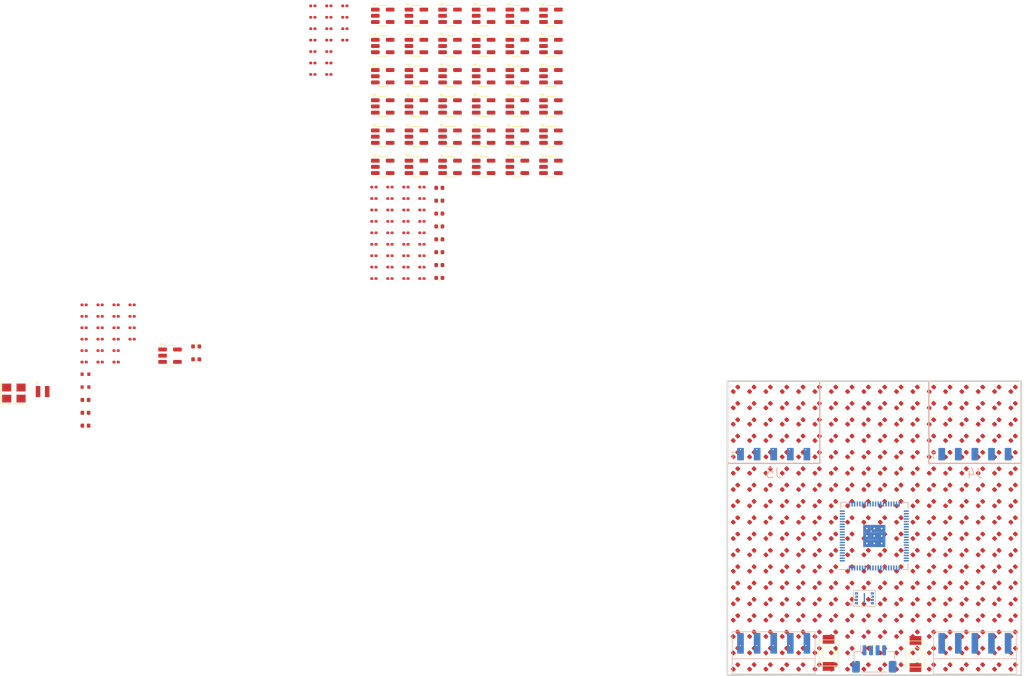
<source format=kicad_pcb>
(kicad_pcb (version 20241229) (generator "pcbnew") (generator_version "9.0")
  (layers (0 "F.Cu" signal) (4 "In1.Cu" signal) (6 "In2.Cu" signal) (8 "In3.Cu" signal) (10 "In4.Cu" signal) (2 "B.Cu" signal) (13 "F.Paste" user) (15 "B.Paste" user) (5 "F.SilkS" user "F.Silkscreen") (7 "B.SilkS" user "B.Silkscreen") (1 "F.Mask" user) (3 "B.Mask" user) (25 "Edge.Cuts" user))
  (net 0 "")
  (net 1 "GND")
  (net 2 "/panel_mcu/XIN")
  (net 3 "Net-(C2-Pad1)")
  (net 4 "+3V3")
  (net 5 "+1V1")
  (net 6 "/panel_mcu/VREG_AVDD")
  (net 7 "+5V")
  (net 8 "/drivers/ROW_0")
  (net 9 "Net-(D1-A)")
  (net 10 "Net-(D19-A)")
  (net 11 "Net-(D37-A)")
  (net 12 "Net-(D55-A)")
  (net 13 "Net-(D73-A)")
  (net 14 "Net-(D100-A)")
  (net 15 "Net-(D109-A)")
  (net 16 "Net-(D127-A)")
  (net 17 "Net-(D145-A)")
  (net 18 "/drivers/ROW_1")
  (net 19 "/drivers/ROW_2")
  (net 20 "/drivers/ROW_3")
  (net 21 "/drivers/ROW_4")
  (net 22 "/drivers/ROW_5")
  (net 23 "/drivers/ROW_6")
  (net 24 "/drivers/ROW_7")
  (net 25 "/drivers/ROW_8")
  (net 26 "/drivers/ROW_9")
  (net 27 "Net-(D163-A)")
  (net 28 "Net-(D181-A)")
  (net 29 "Net-(D199-A)")
  (net 30 "Net-(D217-A)")
  (net 31 "Net-(D235-A)")
  (net 32 "Net-(D253-A)")
  (net 33 "Net-(D271-A)")
  (net 34 "Net-(D289-A)")
  (net 35 "Net-(D307-A)")
  (net 36 "/drivers/ROW_A")
  (net 37 "/drivers/ROW_B")
  (net 38 "/drivers/ROW_C")
  (net 39 "/drivers/ROW_D")
  (net 40 "/drivers/ROW_E")
  (net 41 "/drivers/ROW_F")
  (net 42 "/drivers/ROW_G")
  (net 43 "/drivers/ROW_H")
  (net 44 "/panel_mcu/D-")
  (net 45 "/panel_mcu/D+")
  (net 46 "/panel_header/MOSI")
  (net 47 "/panel_header/MISO")
  (net 48 "/panel_header/SCK")
  (net 49 "/panel_header/CS2")
  (net 50 "/panel_header/CS0")
  (net 51 "/panel_header/CS4")
  (net 52 "/panel_header/CS1")
  (net 53 "/panel_header/EINT")
  (net 55 "/panel_mcu/VREG_LX")
  (net 56 "/panel_mcu/XIP_CS1n")
  (net 57 "Net-(R2-Pad1)")
  (net 58 "/panel_mcu/QSPI_SS")
  (net 59 "/panel_mcu/~{USB_BOOT}")
  (net 60 "/panel_mcu/XOUT")
  (net 61 "Net-(U2-USB_DP)")
  (net 62 "Net-(U2-USB_DM)")
  (net 63 "/drivers/COL_0")
  (net 64 "/drivers/COL_1")
  (net 65 "/drivers/COL_2")
  (net 66 "/drivers/COL_3")
  (net 67 "/drivers/COL_4")
  (net 68 "/drivers/COL_5")
  (net 69 "/drivers/COL_6")
  (net 70 "/drivers/COL_7")
  (net 71 "/drivers/COL_8")
  (net 72 "/drivers/COL_9")
  (net 73 "/drivers/COL_A")
  (net 74 "/drivers/COL_B")
  (net 75 "/drivers/COL_C")
  (net 76 "/drivers/COL_D")
  (net 77 "/drivers/COL_E")
  (net 78 "/drivers/COL_F")
  (net 79 "/drivers/COL_G")
  (net 80 "/drivers/COL_H")
  (net 81 "/panel_mcu/RUN")
  (net 82 "/panel_mcu/QSPI_SD2")
  (net 83 "/panel_mcu/QSPI_SD1")
  (net 84 "/panel_mcu/QSPI_SD3")
  (net 85 "/panel_mcu/QSPI_SCLK")
  (net 86 "/panel_mcu/QSPI_SD0")
  (net 87 "/drivers/ROW_MCU_B")
  (net 88 "/drivers/COL_MCU_C")
  (net 89 "/drivers/COL_MCU_H")
  (net 90 "/drivers/COL_MCU_B")
  (net 91 "/drivers/COL_MCU_2")
  (net 92 "/drivers/ROW_MCU_D")
  (net 94 "/drivers/COL_MCU_G")
  (net 95 "/drivers/COL_MCU_A")
  (net 96 "/drivers/ROW_MCU_9")
  (net 97 "/drivers/COL_MCU_E")
  (net 100 "/drivers/ROW_MCU_C")
  (net 102 "/drivers/ROW_MCU_7")
  (net 103 "/drivers/COL_MCU_D")
  (net 104 "/drivers/COL_MCU_3")
  (net 105 "/drivers/ROW_MCU_8")
  (net 106 "/drivers/COL_MCU_7")
  (net 108 "/drivers/ROW_MCU_4")
  (net 109 "/drivers/ROW_MCU_6")
  (net 110 "/drivers/ROW_MCU_A")
  (net 111 "/drivers/COL_MCU_F")
  (net 112 "/drivers/ROW_MCU_2")
  (net 113 "/drivers/COL_MCU_9")
  (net 114 "/drivers/ROW_MCU_0")
  (net 115 "/drivers/COL_MCU_6")
  (net 116 "/drivers/COL_MCU_1")
  (net 117 "/drivers/COL_MCU_0")
  (net 118 "/drivers/ROW_MCU_H")
  (net 120 "/drivers/ROW_MCU_E")
  (net 121 "/drivers/COL_MCU_5")
  (net 122 "/drivers/ROW_MCU_3")
  (net 124 "/drivers/COL_MCU_4")
  (net 125 "/drivers/ROW_MCU_5")
  (net 126 "/drivers/COL_MCU_8")
  (net 128 "/drivers/ROW_MCU_G")
  (net 129 "/drivers/ROW_MCU_1")
  (net 130 "/drivers/ROW_MCU_F")
  (footprint "panel_custom:LED_0402_1005Metric" (layer "F.Cu") (at 53.75 61.25 -135)
    (property "Reference" "D275" (hide yes))
    (property "Value" "LED" (hide yes))
  )
  (footprint "panel_custom:LED_0402_1005Metric" (layer "F.Cu") (at 66.25 58.75 -135)
    (property "Reference" "D58" (hide yes))
    (property "Value" "LED" (hide yes))
  )
  (footprint "panel_custom:LED_0402_1005Metric" (layer "F.Cu") (at 51.25 81.25 -135)
    (property "Reference" "D121" (hide yes))
    (property "Value" "LED" (hide yes))
  )
  (footprint "Capacitor_SMD:C_0201_0603Metric" (layer "F.Cu") (at 0.795 25.545)
    (property "Reference" "C41" (hide yes))
    (property "Value" "100nF" (hide yes))
  )
  (footprint "panel_custom:LED_0402_1005Metric" (layer "F.Cu") (at 66.25 81.25 -135)
    (property "Reference" "D229" (hide yes))
    (property "Value" "LED" (hide yes))
  )
  (footprint "panel_custom:LED_0402_1005Metric" (layer "F.Cu") (at 71.25 73.75 -135)
    (property "Reference" "D316" (hide yes))
    (property "Value" "LED" (hide yes))
  )
  (footprint "panel_custom:LED_0402_1005Metric" (layer "F.Cu") (at 78.75 93.75 -135)
    (property "Reference" "D234" (hide yes))
    (property "Value" "LED" (hide yes))
  )
  (footprint "panel_custom:LED_0402_1005Metric" (layer "F.Cu") (at 61.25 83.75 -135)
    (property "Reference" "D176" (hide yes))
    (property "Value" "LED" (hide yes))
  )
  (footprint "panel_custom:LED_0402_1005Metric" (layer "F.Cu") (at 56.25 53.75 -135)
    (property "Reference" "D20" (hide yes))
    (property "Value" "LED" (hide yes))
  )
  (footprint "Package_TO_SOT_SMD:SOT-23-5" (layer "F.Cu") (at 17.845 3.32)
    (property "Reference" "U29" (hide yes))
    (property "Value" "UCC27517" (hide yes))
  )
  (footprint "panel_custom:LED_0402_1005Metric" (layer "F.Cu") (at 88.75 68.75 -135)
    (property "Reference" "D152" (hide yes))
    (property "Value" "LED" (hide yes))
  )
  (footprint "panel_custom:LED_0402_1005Metric" (layer "F.Cu") (at 86.25 88.75 -135)
    (property "Reference" "D322" (hide yes))
    (property "Value" "LED" (hide yes))
  )
  (footprint "panel_custom:LED_0402_1005Metric" (layer "F.Cu") (at 73.75 58.75 -135)
    (property "Reference" "D112" (hide yes))
    (property "Value" "LED" (hide yes))
  )
  (footprint "panel_custom:LED_0402_1005Metric" (layer "F.Cu") (at 53.75 76.25 -135)
    (property "Reference" "D173" (hide yes))
    (property "Value" "LED" (hide yes))
  )
  (footprint "panel_custom:LED_0402_1005Metric" (layer "F.Cu") (at 81.25 63.75 -135)
    (property "Reference" "D132" (hide yes))
    (property "Value" "LED" (hide yes))
  )
  (footprint "panel_custom:LED_0402_1005Metric" (layer "F.Cu") (at 53.75 83.75 -135)
    (property "Reference" "D122" (hide yes))
    (property "Value" "LED" (hide yes))
  )
  (footprint "Package_TO_SOT_SMD:SOT-23-5" (layer "F.Cu") (at 2.395 7.945)
    (property "Reference" "U12" (hide yes))
    (property "Value" "UCC27517" (hide yes))
  )
  (footprint "panel_custom:LED_0402_1005Metric" (layer "F.Cu") (at 76.25 51.25 -135)
    (property "Reference" "D181" (hide yes))
    (property "Value" "LED" (hide yes))
  )
  (footprint "panel_custom:LED_0402_1005Metric" (layer "F.Cu") (at 56.25 71.25 -135)
    (property "Reference" "D225" (hide yes))
    (property "Value" "LED" (hide yes))
  )
  (footprint "panel_custom:LED_0402_1005Metric" (layer "F.Cu") (at 76.25 73.75 -135)
    (property "Reference" "D28" (hide yes))
    (property "Value" "LED" (hide yes))
  )
  (footprint "Capacitor_SMD:C_0201_0603Metric" (layer "F.Cu") (at -4.105 22.045)
    (property "Reference" "C21" (hide yes))
    (property "Value" "100nF" (hide yes))
  )
  (footprint "Resistor_SMD:R_0201_0603Metric" (layer "F.Cu") (at -41.125 38.325)
    (property "Reference" "R5" (hide yes))
    (property "Value" "1k" (hide yes))
  )
  (footprint "Capacitor_SMD:C_0402_1005Metric" (layer "F.Cu") (at 5.905 32.225)
    (property "Reference" "C62" (hide yes))
    (property "Value" "10uF" (hide yes))
  )
  (footprint "Package_TO_SOT_SMD:SOT-23-5" (layer "F.Cu") (at -2.755 7.945)
    (property "Reference" "U6" (hide yes))
    (property "Value" "UCC27517" (hide yes))
  )
  (footprint "Capacitor_SMD:C_0201_0603Metric" (layer "F.Cu") (at -46.025 47.075)
    (property "Reference" "C16" (hide yes))
    (property "Value" "100nF" (hide yes))
  )
  (footprint "Capacitor_SMD:C_0201_0603Metric" (layer "F.Cu") (at -4.105 32.545)
    (property "Reference" "C27" (hide yes))
    (property "Value" "100nF" (hide yes))
  )
  (footprint "panel_custom:LED_0402_1005Metric" (layer "F.Cu") (at 86.25 51.25 -135)
    (property "Reference" "D253" (hide yes))
    (property "Value" "LED" (hide yes))
  )
  (footprint "panel_custom:LED_0402_1005Metric" (layer "F.Cu") (at 61.25 66.25 -135)
    (property "Reference" "D295" (hide yes))
    (property "Value" "LED" (hide yes))
  )
  (footprint "panel_custom:LED_0402_1005Metric" (layer "F.Cu") (at 86.25 58.75 -135)
    (property "Reference" "D202" (hide yes))
    (property "Value" "LED" (hide yes))
  )
  (footprint "panel_custom:LED_0402_1005Metric" (layer "F.Cu") (at 88.75 61.25 -135)
    (property "Reference" "D203" (hide yes))
    (property "Value" "LED" (hide yes))
  )
  (footprint "Capacitor_SMD:C_0201_0603Metric" (layer "F.Cu") (at 0.795 32.545)
    (property "Reference" "C45" (hide yes))
    (property "Value" "100nF" (hide yes))
  )
  (footprint "panel_custom:LED_0402_1005Metric" (layer "F.Cu") (at 56.25 73.75 -135)
    (property "Reference" "D208" (hide yes))
    (property "Value" "LED" (hide yes))
  )
  (footprint "panel_custom:LED_0402_1005Metric" (layer "F.Cu") (at 93.75 51.25 -135)
    (property "Reference" "D307" (hide yes))
    (property "Value" "LED" (hide yes))
  )
  (footprint "panel_custom:LED_0402_1005Metric" (layer "F.Cu") (at 61.25 81.25 -135)
    (property "Reference" "D193" (hide yes))
    (property "Value" "LED" (hide yes))
  )
  (footprint "panel_custom:LED_0402_1005Metric" (layer "F.Cu") (at 88.75 53.75 -135)
    (property "Reference" "D254" (hide yes))
    (property "Value" "LED" (hide yes))
  )
  (footprint "Package_TO_SOT_SMD:SOT-23-5" (layer "F.Cu") (at 22.995 7.945)
    (property "Reference" "U36" (hide yes))
    (property "Value" "UCC27517" (hide yes))
  )
  (footprint "Resistor_SMD:R_0201_0603Metric" (layer "F.Cu") (at -43.575 45.325)
    (property "Reference" "R3" (hide yes))
    (property "Value" "1k" (hide yes))
  )
  (footprint "Package_TO_SOT_SMD:SOT-23-5" (layer "F.Cu") (at -2.755 -1.305)
    (property "Reference" "U4" (hide yes))
    (property "Value" "UCC27517" (hide yes))
  )
  (footprint "panel_custom:LED_0402_1005Metric" (layer "F.Cu") (at 66.25 86.25 -135)
    (property "Reference" "D195" (hide yes))
    (property "Value" "LED" (hide yes))
  )
  (footprint "Capacitor_SMD:C_0402_1005Metric" (layer "F.Cu") (at 5.905 22.375)
    (property "Reference" "C57" (hide yes))
    (property "Value" "10uF" (hide yes))
  )
  (footprint "Resistor_SMD:R_0201_0603Metric" (layer "F.Cu") (at -41.125 40.075)
    (property "Reference" "R6" (hide yes))
    (property "Value" "33" (hide yes))
  )
  (footprint "Package_TO_SOT_SMD:SOT-23-5" (layer "F.Cu") (at 12.695 7.945)
    (property "Reference" "U24" (hide yes))
    (property "Value" "UCC27517" (hide yes))
  )
  (footprint "Package_TO_SOT_SMD:SOT-23-5" (layer "F.Cu") (at 17.845 17.195)
    (property "Reference" "U32" (hide yes))
    (property "Value" "UCC27517" (hide yes))
  )
  (footprint "panel_custom:LED_0402_1005Metric" (layer "F.Cu") (at 68.75 53.75 -135)
    (property "Reference" "D110" (hide yes))
    (property "Value" "LED" (hide yes))
  )
  (footprint "panel_custom:LED_0402_1005Metric" (layer "F.Cu") (at 86.25 68.75 -135)
    (property "Reference" "D134" (hide yes))
    (property "Value" "LED" (hide yes))
  )
  (footprint "panel_custom:LED_0402_1005Metric" (layer "F.Cu") (at 68.75 56.25 -135)
    (property "Reference" "D93" (hide yes))
    (property "Value" "LED" (hide yes))
  )
  (footprint "panel_custom:LED_0402_1005Metric" (layer "F.Cu") (at 71.25 63.75 -135)
    (property "Reference" "D60" (hide yes))
    (property "Value" "LED" (hide yes))
  )
  (footprint "Package_TO_SOT_SMD:SOT-23-5" (layer "F.Cu") (at 22.995 -5.93)
    (property "Reference" "U33" (hide yes))
    (property "Value" "UCC27517" (hide yes))
  )
  (footprint "panel_custom:LED_0402_1005Metric" (layer "F.Cu") (at 63.75 76.25 -135)
    (property "Reference" "D245" (hide yes))
    (property "Value" "LED" (hide yes))
  )
  (footprint "panel_custom:LED_0402_1005Metric" (layer "F.Cu") (at 83.75 86.25 -135)
    (property "Reference" "D321" (hide yes))
    (property "Value" "LED" (hide yes))
  )
  (footprint "panel_custom:LED_0402_1005Metric" (layer "F.Cu") (at 63.75 63.75 -135)
    (property "Reference" "D6" (hide yes))
    (property "Value" "LED" (hide yes))
  )
  (footprint "panel_custom:LED_0402_1005Metric" (layer "F.Cu") (at 56.25 51.25 -135)
    (property "Reference" "D37" (hide yes))
    (property "Value" "LED" (hide yes))
  )
  (footprint "panel_custom:LED_0402_1005Metric" (layer "F.Cu") (at 83.75 66.25 -135)
    (property "Reference" "D133" (hide yes))
    (property "Value" "LED" (hide yes))
  )
  (footprint "panel_custom:LED_0402_1005Metric" (layer "F.Cu") (at 88.75 86.25 -135)
    (property "Reference" "D33" (hide yes))
    (property "Value" "LED" (hide yes))
  )
  (footprint "Capacitor_SMD:C_0201_0603Metric" (layer "F.Cu") (at -1.655 34.295)
    (property "Reference" "C37" (hide yes))
    (property "Value" "100nF" (hide yes))
  )
  (footprint "panel_custom:LED_0402_1005Metric" (layer "F.Cu") (at 51.25 76.25 -135)
    (property "Reference" "D155" (hide yes))
    (property "Value" "LED" (hide yes))
  )
  (footprint "Resistor_SMD:R_0201_0603Metric" (layer "F.Cu") (at -41.125 41.825)
    (property "Reference" "R7" (hide yes))
    (property "Value" "27" (hide yes))
  )
  (footprint "panel_custom:LED_0402_1005Metric" (layer "F.Cu") (at 78.75 53.75 -135)
    (property "Reference" "D182" (hide yes))
    (property "Value" "LED" (hide yes))
  )
  (footprint "panel_custom:LED_0402_1005Metric" (layer "F.Cu") (at 86.25 53.75 -135)
    (property "Reference" "D236" (hide yes))
    (property "Value" "LED" (hide yes))
  )
  (footprint "panel_custom:LED_0402_1005Metric" (layer "F.Cu") (at 83.75 51.25 -135)
    (property "Reference" "D235" (hide yes))
    (property "Value" "LED" (hide yes))
  )
  (footprint "panel_custom:LED_0402_1005Metric" (layer "F.Cu") (at 71.25 53.75 -135)
    (property "Reference" "D128" (hide yes))
    (property "Value" "LED" (hide yes))
  )
  (footprint "panel_custom:LED_0402_1005Metric" (layer "F.Cu") (at 61.25 63.75 -135)
    (property "Reference" "D312" (hide yes))
    (property "Value" "LED" (hide yes))
  )
  (footprint "panel_custom:LED_0402_1005Metric" (layer "F.Cu") (at 91.25 81.25 -135)
    (property "Reference" "D85" (hide yes))
    (property "Value" "LED" (hide yes))
  )
  (footprint "Package_TO_SOT_SMD:SOT-23-5" (layer "F.Cu") (at 17.845 -5.93)
    (property "Reference" "U27" (hide yes))
    (property "Value" "UCC27517" (hide yes))
  )
  (footprint "Capacitor_SMD:C_0201_0603Metric" (layer "F.Cu") (at -1.655 29.045)
    (property "Reference" "C34" (hide yes))
    (property "Value" "100nF" (hide yes))
  )
  (footprint "panel_custom:LED_0402_1005Metric" (layer "F.Cu") (at 56.25 83.75 -135)
    (property "Reference" "D140" (hide yes))
    (property "Value" "LED" (hide yes))
  )
  (footprint "panel_custom:LED_0402_1005Metric" (layer "F.Cu") (at 86.25 61.25 -135)
    (property "Reference" "D185" (hide yes))
    (property "Value" "LED" (hide yes))
  )
  (footprint "panel_custom:LED_0402_1005Metric" (layer "F.Cu") (at 58.75 56.25 -135)
    (property "Reference" "D21" (hide yes))
    (property "Value" "LED" (hide yes))
  )
  (footprint "Capacitor_SMD:C_0201_0603Metric" (layer "F.Cu") (at -4.105 29.045)
    (property "Reference" "C25" (hide yes))
    (property "Value" "100nF" (hide yes))
  )
  (footprint "panel_custom:LED_0402_1005Metric" (layer "F.Cu") (at 68.75 61.25 -135)
    (property "Reference" "D59" (hide yes))
    (property "Value" "LED" (hide yes))
  )
  (footprint "panel_custom:LED_0402_1005Metric" (layer "F.Cu") (at 58.75 53.75 -135)
    (property "Reference" "D38" (hide yes))
    (property "Value" "LED" (hide yes))
  )
  (footprint "panel_custom:LED_0402_1005Metric" (layer "F.Cu") (at 63.75 78.75 -135)
    (property "Reference" "D228" (hide yes))
    (property "Value" "LED" (hide yes))
  )
  (footprint "panel_custom:LED_0402_1005Metric" (layer "F.Cu") (at 83.75 71.25 -135)
    (property "Reference" "D99" (hide yes))
    (property "Value" "LED" (hide yes))
  )
  (footprint "panel_custom:LED_0402_1005Metric" (layer "F.Cu") (at 83.75 63.75 -135)
    (property "Reference" "D150" (hide yes))
    (property "Value" "LED" (hide yes))
  )
  (footprint "panel_custom:LED_0402_1005Metric" (layer "F.Cu") (at 51.25 63.75 -135)
    (property "Reference" "D240" (hide yes))
    (property "Value" "LED" (hide yes))
  )
  (footprint "panel_custom:LED_0402_1005Metric" (layer "F.Cu") (at 73.75 66.25 -135)
    (property "Reference" "D61" (hide yes))
    (property "Value" "LED" (hide yes))
  )
  (footprint "Capacitor_SMD:C_0201_0603Metric" (layer "F.Cu") (at -1.655 23.795)
    (property "Reference" "C31" (hide yes))
    (property "Value" "100nF" (hide yes))
  )
  (footprint "panel_custom:LED_0402_1005Metric" (layer "F.Cu") (at 71.25 76.25 -135)
    (property "Reference" "D299" (hide yes))
    (property "Value" "LED" (hide yes))
  )
  (footprint "panel_custom:LED_0402_1005Metric" (layer "F.Cu") (at 51.25 71.25 -135)
    (property "Reference" "D189" (hide yes))
    (property "Value" "LED" (hide yes))
  )
  (footprint "panel_custom:LED_0402_1005Metric" (layer "F.Cu") (at 83.75 76.25 -135)
    (property "Reference" "D65" (hide yes))
    (property "Value" "LED" (hide yes))
  )
  (footprint "panel_custom:LED_0402_1005Metric" (layer "F.Cu") (at 78.75 68.75 -135)
    (property "Reference" "D80" (hide yes))
    (property "Value" "LED" (hide yes))
  )
  (footprint "panel_custom:LED_0402_1005Metric" (layer "F.Cu") (at 53.75 86.25 -135)
    (property "Reference" "D105" (hide yes))
    (property "Value" "LED" (hide yes))
  )
  (footprint "Package_TO_SOT_SMD:SOT-23-5" (layer "F.Cu") (at 7.545 -1.305)
    (property "Reference" "U16" (hide yes))
    (property "Value" "UCC27517" (hide yes))
  )
  (footprint "panel_custom:LED_0402_1005Metric" (layer "F.Cu") (at 76.25 68.75 -135)
    (property "Reference" "D62" (hide yes))
    (property "Value" "LED" (hide yes))
  )
  (footprint "panel_custom:LED_0402_1005Metric" (layer "F.Cu") (at 61.25 76.25 -135)
    (property "Reference" "D227" (hide yes))
    (property "Value" "LED" (hide yes))
  )
  (footprint "panel_custom:LED_0402_1005Metric" (layer "F.Cu") (at 68.75 83.75 -135)
    (property "Reference" "D230" (hide yes))
    (property "Value" "LED" (hide yes))
  )
  (footprint "panel_custom:LED_0402_1005Metric" (layer "F.Cu") (at 73.75 51.25 -135)
    (property "Reference" "D163" (hide yes))
    (property "Value" "LED" (hide yes))
  )
  (footprint "panel_custom:LED_0402_1005Metric" (layer "F.Cu") (at 93.75 61.25 -135)
    (property "Reference" "D239" (hide yes))
    (property "Value" "LED" (hide yes))
  )
  (footprint "panel_custom:LED_0402_1005Metric" (layer "F.Cu") (at 63.75 91.25 -135)
    (property "Reference" "D143" (hide yes))
    (property "Value" "LED" (hide yes))
  )
  (footprint "panel_custom:LED_0402_1005Metric" (layer "F.Cu") (at 61.25 86.25 -135)
    (property "Reference" "D159" (hide yes))
    (property "Value" "LED" (hide yes))
  )
  (footprint "panel_custom:LED_0402_1005Metric" (layer "F.Cu") (at 63.75 61.25 -135)
    (property "Reference" "D23" (hide yes))
    (property "Value" "LED" (hide yes))
  )
  (footprint "Capacitor_SMD:C_0201_0603Metric" (layer "F.Cu") (at -48.475 41.825)
    (property "Reference" "C3" (hide yes))
    (property "Value" "100nF" (hide yes))
  )
  (footprint "Resistor_SMD:R_0201_0603Metric" (layer "F.Cu") (at -13.455 1.295)
    (property "Reference" "R14" (hide yes))
    (property "Value" "270" (hide yes))
  )
  (footprint "panel_custom:LED_0402_1005Metric" (layer "F.Cu") (at 73.75 71.25 -135)
    (property "Reference" "D27" (hide yes))
    (property "Value" "LED" (hide yes))
  )
  (footprint "panel_custom:LED_0402_1005Metric" (layer "F.Cu") (at 61.25 68.75 -135)
    (property "Reference" "D278" (hide yes))
    (property "Value" "LED" (hide yes))
  )
  (footprint "panel_custom:LED_0402_1005Metric" (layer "F.Cu") (at 56.25 63.75 -135)
    (property "Reference" "D276" (hide yes))
    (property "Value" "LED" (hide yes))
  )
  (footprint "Package_TO_SOT_SMD:SOT-23-5" (layer "F.Cu") (at 2.395 12.57)
    (property "Reference" "U13" (hide yes))
    (property "Value" "UCC27517" (hide yes))
  )
  (footprint "panel_custom:LED_0402_1005Metric" (layer "F.Cu") (at 71.25 81.25 -135)
    (property "Reference" "D265" (hide yes))
    (property "Value" "LED" (hide yes))
  )
  (footprint "Resistor_SMD:R_0201_0603Metric" (layer "F.Cu") (at -11.005 -2.205)
    (property "Reference" "R19" (hide yes))
    (property "Value" "270" (hide yes))
  )
  (footprint "panel_custom:LED_0402_1005Metric" (layer "F.Cu") (at 73.75 78.75 -135)
    (property "Reference" "D300" (hide yes))
    (property "Value" "LED" (hide yes))
  )
  (footprint "Package_TO_SOT_SMD:SOT-23-5" (layer "F.Cu") (at 2.395 17.195)
    (property "Reference" "U14" (hide yes))
    (property "Value" "UCC27517" (hide yes))
  )
  (footprint "panel_custom:LED_0402_1005Metric" (layer "F.Cu") (at 63.75 68.75 -135)
    (property "Reference" "D296" (hide yes))
    (property "Value" "LED" (hide yes))
  )
  (footprint "Capacitor_SMD:C_0201_0603Metric" (layer "F.Cu") (at 3.245 29.045)
    (property "Reference" "C52" (hide yes))
    (property "Value" "100nF" (hide yes))
  )
  (footprint "panel_custom:LED_0402_1005Metric" (layer "F.Cu") (at 86.25 78.75 -135)
    (property "Reference" "D66" (hide yes))
    (property "Value" "LED" (hide yes))
  )
  (footprint "panel_custom:LED_0402_1005Metric" (layer "F.Cu") (at 86.25 56.25 -135)
    (property "Reference" "D219" (hide yes))
    (property "Value" "LED" (hide yes))
  )
  (footprint "Crystal:Crystal_SMD_3225-4Pin_3.2x2.5mm" (layer "F.Cu") (at -59.225 51.825)
    (property "Reference" "Y1" (hide yes))
    (property "Value" "ABM8-272-T3" (hide yes))
  )
  (footprint "panel_custom:LED_0402_1005Metric" (layer "F.Cu") (at 51.25 61.25 -135)
    (property "Reference" "D257" (hide yes))
    (property "Value" "LED" (hide yes))
  )
  (footprint "panel_custom:LED_0402_1005Metric" (layer "F.Cu") (at 71.25 66.25 -135)
    (property "Reference" "D43" (hide yes))
    (property "Value" "LED" (hide yes))
  )
  (footprint "panel_custom:LED_0402_1005Metric" (layer "F.Cu") (at 91.25 66.25 -135)
    (property "Reference" "D187" (hide yes))
    (property "Value" "LED" (hide yes))
  )
  (footprint "panel_custom:LED_0402_1005Metric" (layer "F.Cu") (at 73.75 76.25 -135)
    (property "Reference" "D317" (hide yes))
    (property "Value" "LED" (hide yes))
  )
  (footprint "panel_custom:LED_0402_1005Metric" (layer "F.Cu") (at 51.25 68.75 -135)
    (property "Reference" "D206" (hide yes))
    (property "Value" "LED" (hide yes))
  )
  (footprint "Resistor_SMD:R_0201_0603Metric" (layer "F.Cu") (at -43.575 41.825)
    (property "Reference" "R1" (hide yes))
    (property "Value" "10k" (hide yes))
  )
  (footprint "panel_custom:LED_0402_1005Metric" (layer "F.Cu") (at 56.25 58.75 -135)
    (property "Reference" "D310" (hide yes))
    (property "Value" "LED" (hide yes))
  )
  (footprint "panel_custom:LED_0402_1005Metric" (layer "F.Cu") (at 56.25 93.75 -135)
    (property "Reference" "D72" (hide yes))
    (property "Value" "LED" (hide yes))
  )
  (footprint "panel_custom:LED_0402_1005Metric" (layer "F.Cu") (at 58.75 61.25 -135)
    (property "Reference" "D311" (hide yes))
    (property "Value" "LED" (hide yes))
  )
  (footprint "Resistor_SMD:R_0201_0603Metric" (layer "F.Cu") (at -13.455 -3.955)
    (property "Reference" "R11" (hide yes))
    (property "Value" "270" (hide yes))
  )
  (footprint "Capacitor_SMD:C_0201_0603Metric" (layer "F.Cu") (at 3.245 22.045)
    (property "Reference" "C48" (hide yes))
    (property "Value" "100nF" (hide yes))
  )
  (footprint "panel_custom:LED_0402_1005Metric" (layer "F.Cu") (at 73.75 81.25 -135)
    (property "Reference" "D283" (hide yes))
    (property "Value" "LED" (hide yes))
  )
  (footprint "panel_custom:LED_0402_1005Metric" (layer "F.Cu") (at 78.75 73.75 -135)
    (property "Reference" "D46" (hide yes))
    (property "Value" "LED" (hide yes))
  )
  (footprint "panel_custom:LED_0402_1005Metric" (layer "F.Cu") (at 66.25 91.25 -135)
    (property "Reference" "D161" (hide yes))
    (property "Value" "LED" (hide yes))
  )
  (footprint "panel_custom:LED_0402_1005Metric" (layer "F.Cu") (at 56.25 56.25 -135)
    (property "Reference" "D3" (hide yes))
    (property "Value" "LED" (hide yes))
  )
  (footprint "panel_custom:LED_0402_1005Metric" (layer "F.Cu") (at 93.75 68.75 -135)
    (property "Reference" "D188" (hide yes))
    (property "Value" "LED" (hide yes))
  )
  (footprint "panel_custom:LED_0402_1005Metric" (layer "F.Cu") (at 93.75 91.25 -135)
    (property "Reference" "D35" (hide yes))
    (property "Value" "LED" (hide yes))
  )
  (footprint "Capacitor_SMD:C_0402_1005Metric" (layer "F.Cu") (at 5.905 30.255)
    (property "Reference" "C61" (hide yes))
    (property "Value" "10uF" (hide yes))
  )
  (footprint "Resistor_SMD:R_0201_0603Metric" (layer "F.Cu") (at -43.575 43.575)
    (property "Reference" "R2" (hide yes))
    (property "Value" "1k" (hide yes))
  )
  (footprint "panel_custom:LED_0402_1005Metric" (layer "F.Cu") (at 61.25 91.25 -135)
    (property "Reference" "D125" (hide yes))
    (property "Value" "LED" (hide yes))
  )
  (footprint "panel_custom:LED_0402_1005Metric" (layer "F.Cu") (at 68.75 63.75 -135)
    (property "Reference" "D42" (hide yes))
    (property "Value" "LED" (hide yes))
  )
  (footprint "Capacitor_SMD:C_0201_0603Metric" (layer "F.Cu") (at -48.475 40.075)
    (property "Reference" "C2" (hide yes))
    (property "Value" "15pF" (hide yes))
  )
  (footprint "panel_custom:LED_0402_1005Metric" (layer "F.Cu") (at 81.25 76.25 -135)
    (property "Reference" "D47" (hide yes))
    (property "Value" "LED" (hide yes))
  )
  (footprint "panel_custom:LED_0402_1005Metric" (layer "F.Cu") (at 66.25 73.75 -135)
    (property "Reference" "D280" (hide yes))
    (property "Value" "LED" (hide yes))
  )
  (footprint "panel_custom:LED_0402_1005Metric" (layer "F.Cu") (at 81.25 58.75 -135)
    (property "Reference" "D166" (hide yes))
    (property "Value" "LED" (hide yes))
  )
  (footprint "Capacitor_SMD:C_0201_0603Metric" (layer "F.Cu") (at -1.655 30.795)
    (property "Reference" "C35" (hide yes))
    (property "Value" "100nF" (hide yes))
  )
  (footprint "panel_custom:LED_0402_1005Metric" (layer "F.Cu") (at 91.25 76.25 -135)
    (property "Reference" "D119" (hide yes))
    (property "Value" "LED" (hide yes))
  )
  (footprint "panel_custom:LED_0402_1005Metric" (layer "F.Cu") (at 91.25 86.25 -135)
    (property "Reference" "D51" (hide yes))
    (property "Value" "LED" (hide yes))
  )
  (footprint "panel_custom:LED_0402_1005Metric" (layer "F.Cu") (at 78.75 76.25 -135)
    (property "Reference" "D29" (hide yes))
    (property "Value" "LED" (hide yes))
  )
  (footprint "Capacitor_SMD:C_0201_0603Metric" (layer "F.Cu") (at -1.655 25.545)
    (property "Reference" "C32" (hide yes))
    (property "Value" "100nF" (hide yes))
  )
  (footprint "Capacitor_SMD:C_0201_0603Metric" (layer "F.Cu") (at -1.655 20.295)
    (property "Reference" "C29" (hide yes))
    (property "Value" "100nF" (hide yes))
  )
  (footprint "panel_custom:LED_0402_1005Metric" (layer "F.Cu") (at 61.25 51.25 -135)
    (property "Reference" "D73" (hide yes))
    (property "Value" "LED" (hide yes))
  )
  (footprint "Resistor_SMD:R_0201_0603Metric" (layer "F.Cu") (at -8.555 -2.205)
    (property "Reference" "R26" (hide yes))
    (property "Value" "270" (hide yes))
  )
  (footprint "panel_custom:LED_0402_1005Metric" (layer "F.Cu") (at 78.75 71.25 -135)
    (property "Reference" "D63" (hide yes))
    (property "Value" "LED" (hide yes))
  )
  (footprint "panel_custom:LED_0402_1005Metric" (layer "F.Cu") (at 93.75 56.25 -135)
    (property "Reference" "D273" (hide yes))
    (property "Value" "LED" (hide yes))
  )
  (footprint "panel_custom:LED_0402_1005Metric" (layer "F.Cu") (at 91.25 53.75 -135)
    (property "Reference" "D272" (hide yes))
    (property "Value" "LED" (hide yes))
  )
  (footprint "panel_custom:LED_0402_1005Metric" (layer "F.Cu") (at 86.25 93.75 -135)
    (property "Reference" "D288" (hide yes))
    (property "Value" "LED" (hide yes))
  )
  (footprint "panel_custom:LED_0402_1005Metric" (layer "F.Cu") (at 58.75 88.75 -135)
    (property "Reference" "D124" (hide yes))
    (property "Value" "LED" (hide yes))
  )
  (footprint "panel_custom:LED_0402_1005Metric" (layer "F.Cu") (at 68.75 58.75 -135)
    (property "Reference" "D76" (hide yes))
    (property "Value" "LED" (hide yes))
  )
  (footprint "Capacitor_SMD:C_0201_0603Metric" (layer "F.Cu") (at -48.475 45.325)
    (property "Reference" "C9" (hide yes))
    (property "Value" "100nF" (hide yes))
  )
  (footprint "panel_custom:LED_0402_1005Metric" (layer "F.Cu") (at 93.75 93.75 -135)
    (property "Reference" "D18" (hide yes))
    (property "Value" "LED" (hide yes))
  )
  (footprint "Capacitor_SMD:C_0402_1005Metric" (layer "F.Cu") (at -31.315 46.655)
    (property "Reference" "C65" (hide yes))
    (property "Value" "10uF" (hide yes))
  )
  (footprint "panel_custom:LED_0402_1005Metric" (layer "F.Cu") (at 86.25 76.25 -135)
    (property "Reference" "D83" (hide yes))
    (property "Value" "LED" (hide yes))
  )
  (footprint "Package_TO_SOT_SMD:SOT-23-5" (layer "F.Cu") (at 22.995 17.195)
    (property "Reference" "U38" (hide yes))
    (property "Value" "UCC27517" (hide yes))
  )
  (footprint "panel_custom:LED_0402_1005Metric" (layer "F.Cu") (at 76.25 71.25 -135)
    (property "Reference" "D45" (hide yes))
    (property "Value" "LED" (hide yes))
  )
  (footprint "panel_custom:LED_0402_1005Metric" (layer "F.Cu") (at 68.75 76.25 -135)
    (property "Reference" "D281" (hide yes))
    (property "Value" "LED" (hide yes))
  )
  (footprint "panel_custom:LED_0402_1005Metric" (layer "F.Cu") (at 63.75 56.25 -135)
    (property "Reference" "D57" (hide yes))
    (property "Value" "LED" (hide yes))
  )
  (footprint "panel_custom:LED_0402_1005Metric" (layer "F.Cu") (at 78.75 81.25 -135)
    (property "Reference" "D319" (hide yes))
    (property "Value" "LED" (hide yes))
  )
  (footprint "panel_custom:LED_0402_1005Metric" (layer "F.Cu") (at 56.25 66.25 -135)
    (property "Reference" "D259" (hide yes))
    (property "Value" "LED" (hide yes))
  )
  (footprint "panel_custom:LED_0402_1005Metric" (layer "F.Cu") (at 53.75 81.25 -135)
    (property "Reference" "D139" (hide yes))
    (property "Value" "LED" (hide yes))
  )
  (footprint "Capacitor_SMD:C_0201_0603Metric" (layer "F.Cu") (at 3.245 20.295)
    (property "Reference" "C47" (hide yes))
    (property "Value" "100nF" (hide yes))
  )
  (footprint "Resistor_SMD:R_0201_0603Metric" (layer "F.Cu") (at -43.575 47.075)
    (property "Reference" "R4" (hide yes))
    (property "Value" "10k" (hide yes))
  )
  (footprint "Capacitor_SMD:C_0201_0603Metric" (layer "F.Cu") (at 0.795 23.795)
    (property "Reference" "C40" (hide yes))
    (property "Value" "100nF" (hide yes))
  )
  (footprint "Resistor_SMD:R_0201_0603Metric" (layer "F.Cu") (at -13.455 3.045)
    (property "Reference" "R15" (hide yes))
    (property "Value" "270" (hide yes))
  )
  (footprint "Capacitor_SMD:C_0201_0603Metric" (layer "F.Cu") (at 0.795 27.295)
    (property "Reference" "C42" (hide yes))
    (property "Value" "100nF" (hide yes))
  )
  (footprint "panel_custom:LED_0402_1005Metric" (layer "F.Cu") (at 58.75 86.25 -135)
    (property "Reference" "D141" (hide yes))
    (property "Value" "LED" (hide yes))
  )
  (footprint "panel_custom:LED_0402_1005Metric" (layer "F.Cu") (at 83.75 58.75 -135)
    (property "Reference" "D184" (hide yes))
    (property "Value" "LED" (hide yes))
  )
  (footprint "panel_custom:LED_0402_1005Metric" (layer "F.Cu") (at 68.75 93.75 -135)
    (property "Reference" "D162" (hide yes))
    (property "Value" "LED" (hide yes))
  )
  (footprint "panel_custom:LED_0402_1005Metric" (layer "F.Cu") (at 78.75 83.75 -135)
    (property "Reference" "D302" (hide yes))
    (property "Value" "LED" (hide yes))
  )
  (footprint "panel_custom:LED_0402_1005Metric" (layer "F.Cu") (at 91.25 78.75 -135)
    (property "Reference" "D102" (hide yes))
    (property "Value" "LED" (hide yes))
  )
  (footprint "panel_custom:LED_0402_1005Metric" (layer "F.Cu") (at 73.75 93.75 -135)
    (property "Reference" "D198" (hide yes))
    (property "Value" "LED" (hide yes))
  )
  (footprint "Capacitor_SMD:C_0201_0603Metric" (layer "F.Cu") (at -43.575 38.325)
    (property "Reference" "C17" (hide yes))
    (property "Value" "100nF" (hide yes))
  )
  (footprint "panel_custom:LED_0402_1005Metric" (layer "F.Cu") (at 88.75 73.75 -135)
    (property "Reference" "D118" (hide yes))
    (property "Value" "LED" (hide yes))
  )
  (footprint "panel_custom:LED_0402_1005Metric" (layer "F.Cu") (at 93.75 53.75 -135)
    (property "Reference" "D290" (hide yes))
    (property "Value" "LED" (hide yes))
  )
  (footprint "panel_custom:LED_0402_1005Metric" (layer "F.Cu") (at 66.25 63.75 -135)
    (property "Reference" "D24" (hide yes))
    (property "Value" "LED" (hide yes))
  )
  (footprint "panel_custom:LED_0402_1005Metric" (layer "F.Cu") (at 78.75 78.75 -135)
    (property "Reference" "D12" (hide yes))
    (property "Value" "LED" (hide yes))
  )
  (footprint "panel_custom:LED_0402_1005Metric" (layer "F.Cu") (at 63.75 73.75 -135)
    (property "Reference" "D262" (hide yes))
    (property "Value" "LED" (hide yes))
  )
  (footprint "panel_custom:LED_0402_1005Metric" (layer "F.Cu") (at 53.75 63.75 -135)
    (property "Reference" "D258" (hide yes))
    (property "Value" "LED" (hide yes))
  )
  (footprint "panel_custom:LED_0402_1005Metric" (layer "F.Cu") (at 63.75 83.75 -135)
    (property "Reference" "D194" (hide yes))
    (property "Value" "LED" (hide yes))
  )
  (footprint "panel_custom:LED_0402_1005Metric" (layer "F.Cu") (at 53.75 58.75 -135)
    (property "Reference" "D292" (hide yes))
    (property "Value" "LED" (hide yes))
  )
  (footprint "panel_custom:LED_0402_1005Metric" (layer "F.Cu") (at 63.75 66.25 -135)
    (property "Reference" "D313" (hide yes))
    (property "Value" "LED" (hide yes))
  )
  (footprint "panel_custom:LED_0402_1005Metric" (layer "F.Cu") (at 56.25 88.75 -135)
    (property "Reference" "D106" (hide yes))
    (property "Value" "LED" (hide yes))
  )
  (footprint "panel_custom:LED_0402_1005Metric" (layer "F.Cu") (at 56.25 91.25 -135)
    (property "Reference" "D89" (hide yes))
    (property "Value" "LED" (hide yes))
  )
  (footprint "Resistor_SMD:R_0201_0603Metric" (layer "F.Cu") (at -13.455 -7.455)
    (property "Reference" "R9" (hide yes))
    (property "Value" "270" (hide yes))
  )
  (footprint "panel_custom:LED_0402_1005Metric" (layer "F.Cu") (at 81.25 56.25 -135)
    (property "Reference" "D183" (hide yes))
    (property "Value" "LED" (hide yes))
  )
  (footprint "panel_custom:LED_0402_1005Metric" (layer "F.Cu") (at 73.75 73.75 -135)
    (property "Reference" "D10" (hide yes))
    (property "Value" "LED" (hide yes))
  )
  (footprint "panel_custom:LED_0402_1005Metric" (layer "F.Cu") (at 88.75 88.75 -135)
    (property "Reference" "D16" (hide yes))
    (property "Value" "LED" (hide yes))
  )
  (footprint "panel_custom:LED_0402_1005Metric" (layer "F.Cu") (at 81.25 68.75 -135)
    (property "Reference" "D98" (hide yes))
    (property "Value" "LED" (hide yes))
  )
  (footprint "panel_custom:LED_0402_1005Metric" (layer "F.Cu") (at 88.75 63.75 -135)
    (property "Reference" "D186" (hide yes))
    (property "Value" "LED" (hide yes))
  )
  (footprint "panel_custom:LED_0402_1005Metric" (layer "F.Cu") (at 88.75 71.25 -135)
    (property "Reference" "D135" (hide yes))
    (property "Value" "LED" (hide yes))
  )
  (footprint "panel_custom:LED_0402_1005Metric" (layer "F.Cu") (at 51.25 86.25 -135)
    (property "Reference" "D87" (hide yes))
    (property "Value" "LED" (hide yes))
  )
  (footprint "Capacitor_SMD:C_0402_1005Metric" (layer "F.Cu") (at -31.315 44.685)
    (property "Reference" "C64" (hide yes))
    (property "Value" "10uF" (hide yes))
  )
  (footprint "panel_custom:LED_0402_1005Metric" (layer "F.Cu") (at 61.25 56.25 -135)
    (property "Reference" "D39" (hide yes))
    (property "Value" "LED" (hide yes))
  )
  (footprint "panel_custom:TS-1088-AR02016" (layer "F.Cu") (at 65.5 91.6 90)
    (property "Reference" "SW1" (hide yes))
    (property "Value" "SW_Push" (hide yes))
  )
  (footprint "panel_custom:LED_0402_1005Metric" (layer "F.Cu") (at 66.25 93.75 -135)
    (property "Reference" "D144" (hide yes))
    (property "Value" "LED" (hide yes))
  )
  (footprint "panel_custom:LED_0402_1005Metric" (layer "F.Cu") (at 56.25 86.25 -135)
    (property "Reference" "D123" (hide yes))
    (property "Value" "LED" (hide yes))
  )
  (footprint "RP2350_80QFN_minimal:C_0402_1005Metric_small_pads" (layer "F.Cu") (at -48.265 48.935)
    (property "Reference" "C4" (hide yes))
    (property "Value" "4.7uF" (hide yes))
  )
  (footprint "panel_custom:LED_0402_1005Metric" (layer "F.Cu") (at 53.75 71.25 -135)
    (property "Reference" "D207" (hide yes))
    (property "Value" "LED" (hide yes))
  )
  (footprint "panel_custom:LED_0402_1005Metric" (layer "F.Cu") (at 58.75 78.75 -135)
    (property "Reference" "D192" (hide yes))
    (property "Value" "LED" (hide yes))
  )
  (footprint "panel_custom:LED_0402_1005Metric" (layer "F.Cu") (at 88.75 51.25 -135)
    (property "Reference" "D271" (hide yes))
    (property "Value" "LED" (hide yes))
  )
  (footprint "panel_custom:LED_0402_1005Metric" (layer "F.Cu") (at 58.75 71.25 -135)
    (property "Reference" "D243" (hide yes))
    (property "Value" "LED" (hide yes))
  )
  (footprint "panel_custom:LED_0402_1005Metric" (layer "F.Cu") (at 86.25 83.75 -135)
    (property "Reference" "D32" (hide yes))
    (property "Value" "LED" (hide yes))
  )
  (footprint "panel_custom:LED_0402_1005Metric" (layer "F.Cu") (at 53.75 66.25 -135)
    (property "Reference" "D241" (hide yes))
    (property "Value" "LED" (hide yes))
  )
  (footprint "Capacitor_SMD:C_0402_1005Metric" (layer "F.Cu") (at 5.905 34.195)
    (property "Reference" "C63" (hide yes))
    (property "Value" "10uF" (hide yes))
  )
  (footprint "Resistor_SMD:R_0201_0603Metric" (layer "F.Cu") (at -8.555 -3.955)
    (property "Reference" "R25" (hide yes))
    (property "Value" "270" (hide yes))
  )
  (footprint "Capacitor_SMD:C_0201_0603Metric" (layer "F.Cu") (at 0.795 20.295)
    (property "Reference" "C38" (hide yes))
    (property "Value" "100nF" (hide yes))
  )
  (footprint "panel_custom:LED_0402_1005Metric" (layer "F.Cu") (at 76.25 61.25 -135)
    (property "Reference" "D113" (hide yes))
    (property "Value" "LED" (hide yes))
  )
  (footprint "Package_TO_SOT_SMD:SOT-23-5" (layer "F.Cu") (at 7.545 7.945)
    (property "Reference" "U18" (hide yes))
    (property "Value" "UCC27517" (hide yes))
  )
  (footprint "panel_custom:LED_0402_1005Metric" (layer "F.Cu") (at 91.25 93.75 -135)
    (property "Reference" "D324" (hide yes))
    (property "Value" "LED" (hide yes))
  )
  (footprint "panel_custom:LED_0402_1005Metric" (layer "F.Cu") (at 91.25 91.25 -135)
    (property "Reference" "D17" (hide yes))
    (property "Value" "LED" (hide yes))
  )
  (footprint "Resistor_SMD:R_0201_0603Metric" (layer "F.Cu") (at -41.125 43.575)
    (property "Reference" "R8" (hide yes))
    (property "Value" "27" (hide yes))
  )
  (footprint "Resistor_SMD:R_0201_0603Metric" (layer "F.Cu") (at -13.455 -0.455)
    (property "Reference" "R13" (hide yes))
    (property "Value" "270" (hide yes))
  )
  (footprint "panel_custom:LED_0402_1005Metric" (layer "F.Cu") (at 71.25 83.75 -135)
    (property "Reference" "D248" (hide yes))
    (property "Value" "LED" (hide yes))
  )
  (footprint "panel_custom:LED_0402_1005Metric" (layer "F.Cu") (at 76.25 93.75 -135)
    (property "Reference" "D216" (hide yes))
    (property "Value" "LED" (hide yes))
  )
  (footprint "panel_custom:LED_0402_1005Metric" (layer "F.Cu") (at 61.25 61.25 -135)
    (property "Reference" "D5" (hide yes))
    (property "Value" "LED" (hide yes))
  )
  (footprint "panel_custom:LED_0402_1005Metric" (layer "F.Cu") (at 93.75 63.75 -135)
    (property "Reference" "D222" (hide yes))
    (property "Value" "LED" (hide yes))
  )
  (footprint "panel_custom:LED_0402_1005Metric" (layer "F.Cu") (at 93.75 86.25 -135)
    (property "Reference" "D69" (hide yes))
    (property "Value" "LED" (hide yes))
  )
  (footprint "panel_custom:LED_0402_1005Metric" (layer "F.Cu") (at 68.75 91.25 -135)
    (property "Reference" "D179" (hide yes))
    (property "Value" "LED" (hide yes))
  )
  (footprint "panel_custom:LED_0402_1005Metric" (layer "F.Cu") (at 78.75 91.25 -135)
    (property "Reference" "D251" (hide yes))
    (property "Value" "LED" (hide yes))
  )
  (footprint "panel_custom:LED_0402_1005Metric" (layer "F.Cu") (at 53.75 68.75 -135)
    (property "Reference" "D224" (hide yes))
    (property "Value" "LED" (hide yes))
  )
  (footprint "Resistor_SMD:R_0201_0603Metric" (layer "F.Cu") (at -13.455 -2.205)
    (property "Reference" "R12" (hide yes))
    (property "Value" "270" (hide yes))
  )
  (footprint "Package_TO_SOT_SMD:SOT-23-5" (layer "F.Cu") (at 12.695 12.57)
    (property "Reference" "U25" (hide yes))
    (property "Value" "UCC27517" (hide yes))
  )
  (footprint "Capacitor_SMD:C_0201_0603Metric" (layer "F.Cu") (at 3.245 23.795)
    (property "Reference" "C49" (hide yes))
    (property "Value" "100nF" (hide yes))
  )
  (footprint "panel_custom:LED_0402_1005Metric" (layer "F.Cu") (at 51.25 91.25 -135)
    (property "Reference" "D53" (hide yes))
    (property "Value" "LED" (hide yes))
  )
  (footprint "panel_custom:LED_0402_1005Metric" (layer "F.Cu") (at 51.25 66.25 -135)
    (property "Reference" "D223" (hide yes))
    (property "Value" "LED" (hide yes))
  )
  (footprint "panel_custom:LED_0402_1005Metric" (layer "F.Cu") (at 66.25 66.25 -135)
    (property "Reference" "D7" (hide yes))
    (property "Value" "LED" (hide yes))
  )
  (footprint "panel_custom:LED_0402_1005Metric" (layer "F.Cu") (at 83.75 78.75 -135)
    (property "Reference" "D48" (hide yes))
    (property "Value" "LED" (hide yes))
  )
  (footprint "panel_custom:LED_0402_1005Metric" (layer "F.Cu") (at 61.25 53.75 -135)
    (property "Reference" "D56" (hide yes))
    (property "Value" "LED" (hide yes))
  )
  (footprint "panel_custom:LED_0402_1005Metric" (layer "F.Cu") (at 53.75 73.75 -135)
    (property "Reference" "D190" (hide yes))
    (property "Value" "LED" (hide yes))
  )
  (footprint "panel_custom:LED_0402_1005Metric" (layer "F.Cu") (at 78.75 66.25 -135)
    (property "Reference" "D97" (hide yes))
    (property "Value" "LED" (hide yes))
  )
  (footprint "panel_custom:LED_0402_1005Metric" (layer "F.Cu") (at 91.25 83.75 -135)
    (property "Reference" "D68" (hide yes))
    (property "Value" "LED" (hide yes))
  )
  (footprint "panel_custom:LED_0402_1005Metric" (layer "F.Cu") (at 93.75 58.75 -135)
    (property "Reference" "D256" (hide yes))
    (property "Value" "LED" (hide yes))
  )
  (footprint "Resistor_SMD:R_0201_0603Metric" (layer "F.Cu") (at -11.005 3.045)
    (property "Reference" "R22" (hide yes))
    (property "Value" "270" (hide yes))
  )
  (footprint "panel_custom:LED_0402_1005Metric" (layer "F.Cu") (at 61.25 71.25 -135)
    (property "Reference" "D261" (hide yes))
    (property "Value" "LED" (hide yes))
  )
  (footprint "Package_TO_SOT_SMD:SOT-23-5" (layer "F.Cu") (at 7.545 12.57)
    (property "Reference" "U19" (hide yes))
    (property "Value" "UCC27517" (hide yes))
  )
  (footprint "panel_custom:LED_0402_1005Metric" (layer "F.Cu") (at 58.75 51.25 -135)
    (property "Reference" "D55" (hide yes))
    (property "Value" "LED" (hide yes))
  )
  (footprint "Capacitor_SMD:C_0201_0603Metric" (layer "F.Cu") (at 0.795 34.295)
    (property "Reference" "C46" (hide yes))
    (property "Value" "100nF" (hide yes))
  )
  (footprint "panel_custom:LED_0402_1005Metric" (layer "F.Cu") (at 73.75 91.25 -135)
    (property "Reference" "D215" (hide yes))
    (property "Value" "LED" (hide yes))
  )
  (footprint "Package_TO_SOT_SMD:SOT-23-5" (layer "F.Cu") (at 7.545 -5.93)
    (property "Reference" "U15" (hide yes))
    (property "Value" "UCC27517" (hide yes))
  )
  (footprint "Capacitor_SMD:C_0201_0603Metric" (layer "F.Cu") (at -43.575 40.075)
    (property "Reference" "C18" (hide yes))
    (property "Value" "100nF" (hide yes))
  )
  (footprint "panel_custom:LED_0402_1005Metric" (layer "F.Cu") (at 81.25 88.75 -135)
    (property "Reference" "D286" (hide yes))
    (property "Value" "LED" (hide yes))
  )
  (footprint "panel_custom:LED_0402_1005Metric" (layer "F.Cu") (at 63.75 53.75 -135)
    (property "Reference" "D74" (hide yes))
    (property "Value" "LED" (hide yes))
  )
  (footprint "panel_custom:LED_0402_1005Metric" (layer "F.Cu") (at 61.25 88.75 -135)
    (property "Reference" "D142" (hide yes))
    (property "Value" "LED" (hide yes))
  )
  (footprint "Resistor_SMD:R_0201_0603Metric" (layer "F.Cu") (at -11.005 -3.955)
    (property "Reference" "R18" (hide yes))
    (property "Value" "270" (hide yes))
  )
  (footprint "panel_custom:LED_0402_1005Metric" (layer "F.Cu") (at 76.25 56.25 -135)
    (property "Reference" "D147" (hide yes))
    (property "Value" "LED" (hide yes))
  )
  (footprint "panel_custom:LED_0402_1005Metric" (layer "F.Cu") (at 76.25 91.25 -135)
    (property "Reference" "D233" (hide yes))
    (property "Value" "LED" (hide yes))
  )
  (footprint "panel_custom:LED_0402_1005Metric" (layer "F.Cu") (at 78.75 86.25 -135)
    (property "Reference" "D285" (hide yes))
    (property "Value" "LED" (hide yes))
  )
  (footprint "panel_custom:LED_0402_1005Metric" (layer "F.Cu") (at 81.25 73.75 -135)
    (property "Reference" "D64" (hide yes))
    (property "Value" "LED" (hide yes))
  )
  (footprint "panel_custom:LED_0402_1005Metric" (layer "F.Cu") (at 51.25 51.25 -135)
    (property "Reference" "D1" (hide yes))
    (property "Value" "LED" (hide yes))
  )
  (footprint "Capacitor_SMD:C_0402_1005Metric" (layer "F.Cu") (at 5.905 28.285)
    (property "Reference" "C60" (hide yes))
    (property "Value" "10uF" (hide yes))
  )
  (footprint "Capacitor_SMD:C_0201_0603Metric" (layer "F.Cu") (at -48.475 47.075)
    (property "Reference" "C10" (hide yes))
    (property "Value" "100nF" (hide yes))
  )
  (footprint "panel_custom:LED_0402_1005Metric" (layer "F.Cu") (at 91.25 73.75 -135)
    (property "Reference" "D136" (hide yes))
    (property "Value" "LED" (hide yes))
  )
  (footprint "Package_TO_SOT_SMD:SOT-23-5" (layer "F.Cu") (at 12.695 -1.305)
    (property "Reference" "U22" (hide yes))
    (property "Value" "UCC27517" (hide yes))
  )
  (footprint "panel_custom:LED_0402_1005Metric" (layer "F.Cu") (at 91.25 56.25 -135)
    (property "Reference" "D255" (hide yes))
    (property "Value" "LED" (hide yes))
  )
  (footprint "Package_TO_SOT_SMD:SOT-23-5" (layer "F.Cu") (at 17.845 12.57)
    (property "Reference" "U31" (hide yes))
    (property "Value" "UCC27517" (hide yes))
  )
  (footprint "panel_custom:LED_0402_1005Metric" (layer "F.Cu") (at 73.75 56.25 -135)
    (property "Reference" "D129" (hide yes))
    (property "Value" "LED" (hide yes))
  )
  (footprint "Package_TO_SOT_SMD:SOT-23-5" (layer "F.Cu") (at 12.695 -5.93)
    (property "Reference" "U21" (hide yes))
    (property "Value" "UCC27517" (hide yes))
  )
  (footprint "panel_custom:LED_0402_1005Metric" (layer "F.Cu") (at 63.75 81.25 -135)
    (property "Reference" "D211" (hide yes))
    (property "Value" "LED" (hide yes))
  )
  (footprint "panel_custom:LED_0402_1005Metric" (layer "F.Cu") (at 86.25 81.25 -135)
    (property "Reference" "D49" (hide yes))
    (property "Value" "LED" (hide yes))
  )
  (footprint "panel_custom:LED_0402_1005Metric" (layer "F.Cu") (at 71.25 56.25 -135)
    (property "Reference" "D111" (hide yes))
    (property "Value" "LED" (hide yes))
  )
  (footprint "Package_TO_SOT_SMD:SOT-23-5" (layer "F.Cu") (at 12.695 17.195)
    (property "Reference" "U26" (hide yes))
    (property "Value" "UCC27517" (hide yes))
  )
  (footprint "panel_custom:LED_0402_1005Metric" (layer "F.Cu") (at 86.25 71.25 -135)
    (property "Reference" "D117" (hide yes))
    (property "Value" "LED" (hide yes))
  )
  (footprint "panel_custom:LED_0402_1005Metric" (layer "F.Cu") (at 91.25 71.25 -135)
    (property "Reference" "D153" (hide yes))
    (property "Value" "LED" (hide yes))
  )
  (footprint "panel_custom:LED_0402_1005Metric" (layer "F.Cu") (at 73.75 61.25 -135)
    (property "Reference" "D95" (hide yes))
    (property "Value" "LED" (hide yes))
  )
  (footprint "panel_custom:LED_0402_1005Metric" (layer "F.Cu") (at 76.25 58.75 -135)
    (property "Reference" "D130" (hide yes))
    (property "Value" "LED" (hide yes))
  )
  (footprint "panel_custom:LED_0402_1005Metric" (layer "F.Cu") (at 93.75 81.25 -135)
    (property "Reference" "D103" (hide yes))
    (property "Value" "LED" (hide yes))
  )
  (footprint "panel_custom:LED_0402_1005Metric" (layer "F.Cu") (at 56.25 68.75 -135)
    (property "Reference" "D242" (hide yes))
    (property "Value" "LED" (hide yes))
  )
  (footprint "panel_custom:LED_0402_1005Metric" (layer "F.Cu") (at 68.75 68.75 -135)
    (property "Reference" "D8" (hide yes))
    (property "Value" "LED" (hide yes))
  )
  (footprint "panel_custom:LED_0402_1005Metric" (layer "F.Cu") (at 71.25 78.75 -135)
    (property "Reference" "D282" (hide yes))
    (property "Value" "LED" (hide yes))
  )
  (footprint "Capacitor_SMD:C_0201_0603Metric" (layer "F.Cu") (at -4.105 20.295)
    (property "Reference" "C20" (hide yes))
    (property "Value" "100nF" (hide yes))
  )
  (footprint "Capacitor_SMD:C_0201_0603Metric" (layer "F.Cu") (at 0.795 29.045)
    (property "Reference" "C43" (hide yes))
    (property "Value" "100nF" (hide yes))
  )
  (footprint "Package_TO_SOT_SMD:SOT-23-5" (layer "F.Cu") (at 12.695 3.32)
    (property "Reference" "U23" (hide yes))
    (property "Value" "UCC27517" (hide yes))
  )
  (footprint "panel_custom:LED_0402_1005Metric" (layer "F.Cu") (at 68.75 71.25 -135)
    (property "Reference" "D315" (hide yes))
    (property "Value" "LED" (hide yes))
  )
  (footprint "panel_custom:LED_0402_1005Metric" (layer "F.Cu") (at 71.25 51.25 -135)
    (property "Reference" "D145" (hide yes))
    (property "Value" "LED" (hide yes))
  )
  (footprint "panel_custom:LED_0402_1005Metric" (layer "F.Cu") (at 53.75 53.75 -135)
    (property "Reference" "D2" (hide yes))
    (property "Value" "LED" (hide yes))
  )
  (footprint "Package_TO_SOT_SMD:SOT-23-5" (layer "F.Cu") (at 2.395 3.32)
    (property "Reference" "U11" (hide yes))
    (property "Value" "UCC27517" (hide yes))
  )
  (footprint "Resistor_SMD:R_0201_0603Metric" (layer "F.Cu") (at -11.005 1.295)
    (property "Reference" "R21" (hide yes))
    (property "Value" "270" (hide yes))
  )
  (footprint "Package_TO_SOT_SMD:SOT-23-5" (layer "F.Cu") (at 7.545 3.32)
    (property "Reference" "U17" (hide yes))
    (property "Value" "UCC27517" (hide yes))
  )
  (footprint "panel_custom:LED_0402_1005Metric" (layer "F.Cu") (at 66.25 83.75 -135)
    (property "Reference" "D212" (hide yes))
    (property "Value" "LED" (hide yes))
  )
  (footprint "Capacitor_SMD:C_0201_0603Metric" (layer "F.Cu") (at -46.025 41.825)
    (property "Reference" "C13" (hide yes))
    (property "Value" "100nF" (hide yes))
  )
  (footprint "Capacitor_SMD:C_0201_0603Metric" (layer "F.Cu") (at -4.105 23.795)
    (property "Reference" "C22" (hide yes))
    (property "Value" "100nF" (hide yes))
  )
  (footprint "Resistor_SMD:R_0201_0603Metric" (layer "F.Cu") (at -11.005 -0.455)
    (property "Reference" "R20" (hide yes))
    (property "Value" "270" (hide yes))
  )
  (footprint "panel_custom:LED_0402_1005Metric" (layer "F.Cu") (at 86.25 91.25 -135)
    (property "Reference" "D305" (hide yes))
    (property "Value" "LED" (hide yes))
  )
  (footprint "panel_custom:LED_0402_1005Metric" (layer "F.Cu") (at 83.75 73.75 -135)
    (property "Reference" "D82" (hide yes))
    (property "Value" "LED" (hide yes))
  )
  (footprint "panel_custom:LED_0402_1005Metric" (layer "F.Cu") (at 83.75 53.75 -135)
    (property "Reference" "D218" (hide yes))
    (property "Value" "LED" (hide yes))
  )
  (footprint "Capacitor_SMD:C_0201_0603Metric" (layer "F.Cu") (at -1.655 32.545)
    (property "Reference" "C36" (hide yes))
    (property "Value" "100nF" (hide yes))
  )
  (footprint "panel_custom:LED_0402_1005Metric" (layer "F.Cu") (at 78.75 56.25 -135)
    (property "Reference" "D165" (hide yes))
    (property "Value" "LED" (hide yes))
  )
  (footprint "panel_custom:LED_0402_1005Metric" (layer "F.Cu") (at 58.75 66.25 -135)
    (property "Reference" "D277" (hide yes))
    (property "Value" "LED" (hide yes))
  )
  (footprint "panel_custom:LED_0402_1005Metric" (layer "F.Cu") (at 71.25 91.25 -135)
    (property "Reference" "D197" (hide yes))
    (property "Value" "LED" (hide yes))
  )
  (footprint "Capacitor_SMD:C_0402_1005Metric" (layer "F.Cu") (at 5.905 24.345)
    (property "Reference" "C58" (hide yes))
    (property "Value" "10uF" (hide yes))
  )
  (footprint "panel_custom:LED_0402_1005Metric" (layer "F.Cu") (at 53.75 91.25 -135)
    (property "Reference" "D71" (hide yes))
    (property "Value" "LED" (hide yes))
  )
  (footprint "panel_custom:LED_0402_1005Metric" (layer "F.Cu") (at 58.75 91.25 -135)
    (property "Reference" "D107" (hide yes))
    (property "Value" "LED" (hide yes))
  )
  (footprint "panel_custom:LED_0402_1005Metric" (layer "F.Cu") (at 68.75 88.75 -135)
    (property "Reference" "D196" (hide yes))
    (property "Value" "LED" (hide yes))
  )
  (footprint "panel_custom:LED_0402_1005Metric" (layer "F.Cu") (at 53.75 88.75 -135)
    (property "Reference" "D88" (hide yes))
    (property "Value" "LED" (hide yes))
  )
  (footprint "panel_custom:LED_0402_1005Metric" (layer "F.Cu") (at 76.25 53.75 -135)
    (property "Reference" "D164" (hide yes))
    (property "Value" "LED" (hide yes))
  )
  (footprint "Capacitor_SMD:C_0201_0603Metric" (layer "F.Cu") (at 3.245 30.795)
    (property "Reference" "C53" (hide yes))
    (property "Value" "100nF" (hide yes))
  )
  (footprint "panel_custom:LED_0402_1005Metric" (layer "F.Cu") (at 81.25 71.25 -135)
    (property "Reference" "D81" (hide yes))
    (property "Value" "LED" (hide yes))
  )
  (footprint "panel_custom:LED_0402_1005Metric" (layer "F.Cu") (at 76.25 83.75 -135)
    (property "Reference" "D284" (hide yes))
    (property "Value" "LED" (hide yes))
  )
  (footprint "panel_custom:LED_0402_1005Metric" (layer "F.Cu") (at 61.25 78.75 -135)
    (property "Reference" "D210" (hide yes))
    (property "Value" "LED" (hide yes))
  )
  (footprint "panel_custom:LED_0402_1005Metric" (layer "F.Cu") (at 88.75 83.75 -135)
    (property "Reference" "D50" (hide yes))
    (property "Value" "LED" (hide yes))
  )
  (footprint "panel_custom:LED_0402_1005Metric" (layer "F.Cu") (at 56.25 76.25 -135)
    (property "Reference" "D191" (hide yes))
    (property "Value" "LED" (hide yes))
  )
  (footprint "panel_custom:LED_0402_1005Metric" (layer "F.Cu") (at 88.75 93.75 -135)
    (property "Reference" "D306" (hide yes))
    (property "Value" "LED" (hide yes))
  )
  (footprint "panel_custom:LED_0402_1005Metric" (layer "F.Cu") (at 71.25 93.75 -135)
    (property "Reference" "D180" (hide yes))
    (property "Value" "LED" (hide yes))
  )
  (footprint "Capacitor_SMD:C_0201_0603Metric" (layer "F.Cu") (at -4.105 34.295)
    (property "Reference" "C28" (hide yes))
    (property "Value" "100nF" (hide yes))
  )
  (footprint "panel_custom:LED_0402_1005Metric" (layer "F.Cu") (at 81.25 66.25 -135)
    (property "Reference" "D115" (hide yes))
    (property "Value" "LED" (hide yes))
  )
  (footprint "Capacitor_SMD:C_0402_1005Metric" (layer "F.Cu") (at -48.265 54.845)
    (property "Reference" "C8" (hide yes))
    (property "Value" "4.7uF" (hide yes))
  )
  (footprint "panel_custom:LED_0402_1005Metric" (layer "F.Cu") (at 83.75 83.75 -135)
    (property "Reference" "D14" (hide yes))
    (property "Value" "LED" (hide yes))
  )
  (footprint "Package_TO_SOT_SMD:SOT-23-5" (layer "F.Cu") (at 22.995 -1.305)
    (property "Reference" "U34" (hide yes))
    (property "Value" "UCC27517" (hide yes))
  )
  (footprint "panel_custom:LED_0402_1005Metric" (layer "F.Cu") (at 78.75 51.25 -135)
    (property "Reference" "D199" (hide yes))
    (property "Value" "LED" (hide yes))
  )
  (footprint "Package_TO_SOT_SMD:SOT-23-5" (layer "F.Cu") (at 17.845 -1.305)
    (property "Reference" "U28" (hide yes))
    (property "Value" "UCC27517" (hide yes))
  )
  (footprint "Capacitor_SMD:C_0201_0603Metric" (layer "F.Cu") (at -46.025 45.325)
    (property "Reference" "C15" (hide yes))
    (property "Value" "100nF" (hide yes))
  )
  (footprint "panel_custom:LED_0402_1005Metric" (layer "F.Cu") (at 76.25 66.25 -135)
    (property "Reference" "D79" (hide yes))
    (property "Value" "LED" (hide yes))
  )
  (footprint "panel_custom:LED_0402_1005Metric" (layer "F.Cu") (at 51.25 93.75 -135)
    (property "Reference" "D36" (hide yes))
    (property "Value" "LED" (hide yes))
  )
  (footprint "panel_custom:LED_0402_1005Metric" (layer "F.Cu") (at 63.75 71.25 -135)
    (property "Reference" "D279" (hide yes))
    (property "Value" "LED" (hide yes))
  )
  (footprint "panel_custom:LED_0402_1005Metric" (layer "F.Cu") (at 91.25 61.25 -135)
    (property "Reference" "D221" (hide yes))
    (property "Value" "LED" (hide yes))
  )
  (footprint "Capacitor_SMD:C_0201_0603Metric" (layer "F.Cu") (at -46.025 38.325)
    (property "Reference" "C11" (hide yes))
    (property "Value" "100nF" (hide yes))
  )
  (footprint "panel_custom:LED_0402_1005Metric" (layer "F.Cu") (at 53.75 51.25 -135)
    (property "Reference" "D19" (hide yes))
    (property "Value" "LED" (hide yes))
  )
  (footprint "panel_custom:LED_0402_1005Metric" (layer "F.Cu") (at 81.25 61.25 -135)
    (property "Reference" "D149" (hide yes))
    (property "Value" "LED" (hide yes))
  )
  (footprint "Package_TO_SOT_SMD:SOT-23-5" (layer "F.Cu") (at 2.395 -5.93)
    (property "Reference" "U9" (hide yes))
    (property "Value" "UCC27517" (hide yes))
  )
  (footprint "panel_custom:LED_0402_1005Metric" (layer "F.Cu") (at 93.75 83.75 -135)
    (property "Reference" "D86" (hide yes))
    (property "Value" "LED" (hide yes))
  )
  (footprint "panel_custom:LED_0402_1005Metric" (layer "F.Cu") (at 76.25 81.25 -135)
    (property "Reference" "D301" (hide yes))
    (property "Value" "LED" (hide yes))
  )
  (footprint "Capacitor_SMD:C_0201_0603Metric" (layer "F.Cu") (at -4.105 30.795)
    (property "Reference" "C26" (hide yes))
    (property "Value" "100nF" (hide yes))
  )
  (footprint "panel_custom:LED_0402_1005Metric" (layer "F.Cu") (at 71.25 88.75 -135)
    (property "Reference" "D214" (hide yes))
    (property "Value" "LED" (hide yes))
  )
  (footprint "panel_custom:LED_0402_1005Metric" (layer "F.Cu") (at 93.75 76.25 -135)
    (property "Reference" "D137" (hide yes))
    (property "Value" "LED" (hide yes))
  )
  (footprint "panel_custom:LED_0402_1005Metric" (layer "F.Cu") (at 51.25 73.75 -135)
    (property "Reference" "D172" (hide yes))
    (property "Value" "LED" (hide yes))
  )
  (footprint "panel_custom:LED_0402_1005Metric" (layer "F.Cu") (at 66.25 56.25 -135)
    (property "Reference" "D75" (hide yes))
    (property "Value" "LED" (hide yes))
  )
  (footprint "panel_custom:LED_0402_1005Metric" (layer "F.Cu") (at 68.75 86.25 -135)
    (property "Reference" "D213" (hide yes))
    (property "Value" "LED" (hide yes))
  )
  (footprint "panel_custom:LED_0402_1005Metric" (layer "F.Cu") (at 93.75 78.75 -135)
    (property "Reference" "D120" (hide yes))
    (property "Value" "LED" (hide yes))
  )
  (footprint "Package_TO_SOT_SMD:SOT-23-5" (layer "F.Cu") (at -35.325 46.1)
    (property "Reference" "U39" (hide yes))
    (property "Value" "AP2112K-3.3" (hide yes))
  )
  (footprint "panel_custom:LED_0402_1005Metric" (layer "F.Cu") (at 66.25 71.25 -135)
    (property "Reference" "D297" (hide yes))
    (property "Value" "LED" (hide yes))
  )
  (footprint "RP2350_80QFN_minimal:L_pol_2016" (layer "F.Cu") (at -54.825 51.591421)
    (property "Reference" "L1" (hide yes))
    (property "Value" "3.3uH" (hide yes))
  )
  (footprint "panel_custom:LED_0402_1005Metric" (layer "F.Cu") (at 58.75 63.75 -135)
    (property "Reference" "D294" (hide yes))
    (property "Value" "LED" (hide yes))
  )
  (footprint "Capacitor_SMD:C_0201_0603Metric" (layer "F.Cu") (at -4.105 25.545)
    (property "Reference" "C23" (hide yes))
    (property "Value" "100nF" (hide yes))
  )
  (footprint "panel_custom:LED_0402_1005Metric" (layer "F.Cu") (at 78.75 61.25 -135)
    (property "Reference" "D131" (hide yes))
    (property "Value" "LED" (hide yes))
  )
  (footprint "panel_custom:LED_0402_1005Metric" (layer "F.Cu") (at 63.75 86.25 -135)
    (property "Reference" "D177" (hide yes))
    (property "Value" "LED" (hide yes))
  )
  (footprint "Capacitor_SMD:C_0201_0603Metric" (layer "F.Cu") (at -48.475 43.575)
    (property "Reference" "C6" (hide yes))
    (property "Value" "100nF" (hide yes))
  )
  (footprint "panel_custom:LED_0402_1005Metric" (layer "F.Cu") (at 63.75 51.25 -135)
    (property "Reference" "D91" (hide yes))
    (property "Value" "LED" (hide yes))
  )
  (footprint "panel_custom:LED_0402_1005Metric" (layer "F.Cu") (at 83.75 93.75 -135)
    (property "Reference" "D270" (hide yes))
    (property "Value" "LED" (hide yes))
  )
  (footprint "panel_custom:LED_0402_1005Metric" (layer "F.Cu") (at 68.75 73.75 -135)
    (property "Reference" "D298" (hide yes))
    (property "Value" "LED" (hide yes))
  )
  (footprint "panel_custom:LED_0402_1005Metric" (layer "F.Cu") (at 93.75 88.75 -135)
    (property "Reference" "D52" (hide yes))
    (property "Value" "LED" (hide yes))
  )
  (footprint "panel_custom:LED_0402_1005Metric" (layer "F.Cu") (at 83.75 56.25 -135)
    (property "Reference" "D201" (hide yes))
    (property "Value" "LED" (hide yes))
  )
  (footprint "panel_custom:LED_0402_1005Metric" (layer "F.Cu") (at 73.75 63.75 -135)
    (property "Reference" "D78" (hide yes))
    (property "Value" "LED" (hide yes))
  )
  (footprint "Package_TO_SOT_SMD:SOT-23-5" (layer "F.Cu") (at -2.755 -5.93)
    (property "Reference" "U3" (hide yes))
    (property "Value" "UCC27517" (hide yes))
  )
  (footprint "panel_custom:LED_0402_1005Metric" (layer "F.Cu") (at 83.75 91.25 -135)
    (property "Reference" "D287" (hide yes))
    (property "Value" "LED" (hide yes))
  )
  (footprint "panel_custom:LED_0402_1005Metric" (layer "F.Cu") (at 76.25 86.25 -135)
    (property "Reference" "D267" (hide yes))
    (property "Value" "LED" (hide yes))
  )
  (footprint "panel_custom:LED_0402_1005Metric" (layer "F.Cu") (at 51.25 88.75 -135)
    (property "Reference" "D70" (hide yes))
    (property "Value" "LED" (hide yes))
  )
  (footprint "panel_custom:LED_0402_1005Metric" (layer "F.Cu") (at 88.75 58.75 -135)
    (property "Reference" "D220" (hide yes))
    (property "Value" "LED" (hide yes))
  )
  (footprint "Capacitor_SMD:C_0201_0603Metric" (layer "F.Cu") (at 3.245 32.545)
    (property "Reference" "C54" (hide yes))
    (property "Value" "100nF" (hide yes))
  )
  (footprint "Package_TO_SOT_SMD:SOT-23-5" (layer "F.Cu") (at 17.845 7.945)
    (property "Reference" "U30" (hide yes))
    (property "Value" "UCC27517" (hide yes))
  )
  (footprint "panel_custom:LED_0402_1005Metric" (layer "F.Cu") (at 58.75 81.25 -135)
    (property "Reference" "D175" (hide yes))
    (property "Value" "LED" (hide yes))
  )
  (footprint "panel_custom:LED_0402_1005Metric" (layer "F.Cu") (at 73.75 83.75 -135)
    (property "Reference" "D266" (hide yes))
    (property "Value" "LED" (hide yes))
  )
  (footprint "Resistor_SMD:R_0201_0603Metric" (layer "F.Cu") (at -11.005 -5.705)
    (property "Reference" "R17" (hide yes))
    (property "Value" "270" (hide yes))
  )
  (footprint "RP2350_80QFN_minimal:C_0402_1005Metric_small_pads" (layer "F.Cu") (at -48.265 50.905)
    (property "Reference" "C5" (hide yes))
    (property "Value" "4.7uF" (hide yes))
  )
  (footprint "Package_TO_SOT_SMD:SOT-23-5" (layer "F.Cu") (at -2.755 3.32)
    (property "Reference" "U5" (hide yes))
    (property "Value" "UCC27517" (hide yes))
  )
  (footprint "panel_custom:LED_0402_1005Metric" (layer "F.Cu") (at 78.75 63.75 -135)
    (property "Reference" "D114" (hide yes))
    (property "Value" "LED" (hide yes))
  )
  (footprint "panel_custom:LED_0402_1005Metric" (layer "F.Cu") (at 56.25 78.75 -135)
    (property "Reference" "D174" (hide yes))
    (property "Value" "LED" (hide yes))
  )
  (footprint "panel_custom:LED_0402_1005Metric" (layer "F.Cu") (at 61.25 58.75 -135)
    (property "Reference" "D22" (hide yes))
    (property "Value" "LED" (hide yes))
  )
  (footprint "panel_custom:LED_0402_1005Metric" (layer "F.Cu") (at 66.25 51.25 -135)
    (property "Reference" "D109" (hide yes))
    (property "Value" "LED" (hide yes))
  )
  (footprint "panel_custom:LED_0402_1005Metric" (layer "F.Cu") (at 73.75 68.75 -135)
    (property "Reference" "D44" (hide yes))
    (property "Value" "LED" (hide yes))
  )
  (footprint "panel_custom:LED_0402_1005Metric" (layer "F.Cu") (at 83.75 81.25 -135)
    (property "Reference" "D31" (hide yes))
    (property "Value" "LED" (hide yes))
  )
  (footprint "panel_custom:LED_0402_1005Metric" (layer "F.Cu") (at 93.75 73.75 -135)
    (property "Reference" "D154" (hide yes))
    (property "Value" "LED" (hide yes))
  )
  (footprint "Capacitor_SMD:C_0402_1005Metric" (layer "F.Cu") (at -48.265 56.815)
    (property "Reference" "C19" (hide yes))
    (property "Value" "10uF" (hide yes))
  )
  (footprint "Capacitor_SMD:C_0201_0603Metric" (layer "F.Cu") (at 3.245 27.295)
    (property "Reference" "C51" (hide yes))
    (property "Value" "100nF" (hide yes))
  )
  (footprint "panel_custom:LED_0402_1005Metric" (layer "F.Cu") (at 63.75 93.75 -135)
    (property "Reference" "D126" (hide yes))
    (property "Value" "LED" (hide yes))
  )
  (footprint "Resistor_SMD:R_0201_0603Metric" (layer "F.Cu") (at -8.555 -7.455)
    (property "Reference" "R23" (hide yes))
    (property "Value" "270" (hide yes))
  )
  (footprint "panel_custom:LED_0402_1005Metric" (layer "F.Cu") (at 88.75 78.75 -135)
    (property "Reference" "D84" (hide yes))
    (property "Value" "LED" (hide yes))
  )
  (footprint "Package_TO_SOT_SMD:SOT-23-5" (layer "F.Cu") (at -2.755 17.195)
    (property "Reference" "U8" (hide yes))
    (property "Value" "UCC27517" (hide yes))
  )
  (footprint "panel_custom:LED_0402_1005Metric" (layer "F.Cu") (at 81.25 93.75 -135)
    (property "Reference" "D252" (hide yes))
    (property "Value" "LED" (hide yes))
  )
  (footprint "panel_custom:LED_0402_1005Metric" (layer "F.Cu") (at 56.25 61.25 -135)
    (property "Reference" "D293" (hide yes))
    (property "Value" "LED" (hide yes))
  )
  (footprint "panel_custom:LED_0402_1005Metric" (layer "F.Cu") (at 88.75 76.25 -135)
    (property "Reference" "D101" (hide yes))
    (property "Value" "LED" (hide yes))
  )
  (footprint "panel_custom:LED_0402_1005Metric" (layer "F.Cu") (at 58.75 73.75 -135)
    (property "Reference" "D226" (hide yes))
    (property "Value" "LED" (hide yes))
  )
  (footprint "Capacitor_SMD:C_0201_0603Metric" (layer "F.Cu") (at 0.795 30.795)
    (property "Reference" "C44" (hide yes))
    (property "Value" "100nF" (hide yes))
  )
  (footprint "panel_custom:LED_0402_1005Metric" (layer "F.Cu") (at 83.75 61.25 -135)
    (property "Reference" "D167" (hide yes))
    (property "Value" "LED" (hide yes))
  )
  (footprint "panel_custom:LED_0402_1005Metric" (layer "F.Cu") (at 63.75 88.75 -135)
    (property "Reference" "D160" (hide yes))
    (property "Value" "LED" (hide yes))
  )
  (footprint "panel_custom:TS-1088-AR02016" (layer "F.Cu") (at 78.8 91.775 90)
    (property "Reference" "SW2" (hide yes))
    (property "Value" "SW_Push" (hide yes))
  )
  (footprint "panel_custom:LED_0402_1005Metric" (layer "F.Cu") (at 71.25 58.75 -135)
    (property "Reference" "D94" (hide yes))
    (property "Value" "LED" (hide yes))
  )
  (footprint "panel_custom:LED_0402_1005Metric" (layer "F.Cu") (at 78.75 58.75 -135)
    (property "Reference" "D148" (hide yes))
    (property "Value" "LED" (hide yes))
  )
  (footprint "panel_custom:LED_0402_1005Metric" (layer "F.Cu") (at 91.25 58.75 -135)
    (property "Reference" "D238" (hide yes))
    (property "Value" "LED" (hide yes))
  )
  (footprint "panel_custom:LED_0402_1005Metric" (layer "F.Cu") (at 88.75 56.25 -135)
    (property "Reference" "D237" (hide yes))
    (property "Value" "LED" (hide yes))
  )
  (footprint "Capacitor_SMD:C_0201_0603Metric" (layer "F.Cu") (at 0.795 22.045)
    (property "Reference" "C39" (hide yes))
    (property "Value" "100nF" (hide yes))
  )
  (footprint "Capacitor_SMD:C_0201_0603Metric" (layer "F.Cu") (at 3.245 25.545)
    (property "Reference" "C50" (hide yes))
    (property "Value" "100nF" (hide yes))
  )
  (footprint "panel_custom:LED_0402_1005Metric" (layer "F.Cu") (at 51.25 56.25 -135)
    (property "Reference" "D291" (hide yes))
    (property "Value" "LED" (hide yes))
  )
  (footprint "panel_custom:LED_0402_1005Metric" (layer "F.Cu") (at 81.25 83.75 -135)
    (property "Reference" "D320" (hide yes))
    (property "Value" "LED" (hide yes))
  )
  (footprint "panel_custom:LED_0402_1005Metric" (layer "F.Cu") (at 58.75 68.75 -135)
    (property "Reference" "D260" (hide yes))
    (property "Value" "LED" (hide yes))
  )
  (footprint "panel_custom:LED_0402_1005Metric" (layer "F.Cu") (at 68.75 51.25 -135)
    (property "Reference" "D127" (hide yes))
    (property "Value" "LED" (hide yes))
  )
  (footprint "panel_custom:LED_0402_1005Metric" (layer "F.Cu") (at 81.25 53.75 -135)
    (property "Reference" "D200" (hide yes))
    (property "Value" "LED" (hide yes))
  )
  (footprint "Capacitor_SMD:C_0201_0603Metric" (layer "F.Cu") (at -4.105 27.295)
    (property "Reference" "C24" (hide yes))
    (property "Value" "100nF" (hide yes))
  )
  (footprint "panel_custom:LED_0402_1005Metric" (layer "F.Cu") (at 88.75 81.25 -135)
    (property "Reference" "D67" (hide yes))
    (property "Value" "LED" (hide yes))
  )
  (footprint "panel_custom:LED_0402_1005Metric" (layer "F.Cu") (at 58.75 93.75 -135)
    (property "Reference" "D90" (hide yes))
    (property "Value" "LED" (hide yes))
  )
  (footprint "panel_custom:LED_0402_1005Metric" (layer "F.Cu") (at 61.25 73.75 -135)
    (property "Reference" "D244" (hide yes))
    (property "Value" "LED" (hide yes))
  )
  (footprint "panel_custom:LED_0402_1005Metric" (layer "F.Cu") (at 61.25 93.75 -135)
    (property "Reference" "D108" (hide yes))
    (property "Value" "LED" (hide yes))
  )
  (footprint "Package_TO_SOT_SMD:SOT-23-5" (layer "F.Cu") (at 22.995 3.32)
    (property "Reference" "U35" (hide yes))
    (property "Value" "UCC27517" (hide yes))
  )
  (footprint "Capacitor_SMD:C_0201_0603Metric" (layer "F.Cu") (at -1.655 22.045)
    (property "Reference" "C30" (hide yes))
    (property "Value" "100nF" (hide yes))
  )
  (footprint "panel_custom:LED_0402_1005Metric" (layer "F.Cu") (at 73.75 53.75 -135)
    (property "Reference" "D146" (hide yes))
    (property "Value" "LED" (hide yes))
  )
  (footprint "panel_custom:LED_0402_1005Metric" (layer "F.Cu") (at 93.75 66.25 -135)
    (property "Reference" "D205" (hide yes))
    (property "Value" "LED" (hide yes))
  )
  (footprint "Capacitor_SMD:C_0402_1005Metric" (layer "F.Cu") (at 5.905 20.405)
    (property "Reference" "C56" (hide yes))
    (property "Value" "10uF" (hide yes))
  )
  (footprint "panel_custom:LED_0402_1005Metric" (layer "F.Cu") (at 66.25 61.25 -135)
    (property "Reference" "D41" (hide yes))
    (property "Value" "LED" (hide yes))
  )
  (footprint "panel_custom:LED_0402_1005Metric" (layer "F.Cu") (at 91.25 63.75 -135)
    (property "Reference" "D204" (hide yes))
    (property "Value" "LED" (hide yes))
  )
  (footprint "panel_custom:LED_0402_1005Metric" (layer "F.Cu") (at 51.25 58.75 -135)
    (property "Reference" "D274" (hide yes))
    (property "Value" "LED" (hide yes))
  )
  (footprint "panel_custom:LED_0402_1005Metric" (layer "F.Cu") (at 71.25 86.25 -135)
    (property "Reference" "D231" (hide yes))
    (property "Value" "LED" (hide yes))
  )
  (footprint "panel_custom:LED_0402_1005Metric" (layer "F.Cu") (at 66.25 78.75 -135)
    (property "Reference" "D246" (hide yes))
    (property "Value" "LED" (hide yes))
  )
  (footprint "panel_custom:LED_0402_1005Metric" (layer "F.Cu") (at 51.25 53.75 -135)
    (property "Reference" "D308" (hide yes))
    (property "Value" "LED" (hide yes))
  )
  (footprint "Resistor_SMD:R_0201_0603Metric" (layer "F.Cu") (at -11.005 -7.455)
    (property "Reference" "R16" (hide yes))
    (property "Value" "270" (hide yes))
  )
  (footprint "panel_custom:LED_0402_1005Metric" (layer "F.Cu") (at 86.25 66.25 -135)
    (property "Reference" "D151" (hide yes))
    (property "Value" "LED" (hide yes))
  )
  (footprint "panel_custom:LED_0402_1005Metric" (layer "F.Cu") (at 66.25 68.75 -135)
    (property "Reference" "D314" (hide yes))
    (property "Value" "LED" (hide yes))
  )
  (footprint "Capacitor_SMD:C_0402_1005Metric" (layer "F.Cu") (at -48.265 52.875)
    (property "Reference" "C7" (hide yes))
    (property "Value" "4.7uF" (hide yes))
  )
  (footprint "Resistor_SMD:R_0201_0603Metric" (layer "F.Cu") (at -8.555 -5.705)
    (property "Reference" "R24" (hide yes))
    (property "Value" "270" (hide yes))
  )
  (footprint "panel_custom:LED_0402_1005Metric" (layer "F.Cu") (at 81.25 91.25 -135)
    (property "Reference" "D269" (hide yes))
    (property "Value" "LED" (hide yes))
  )
  (footprint "Capacitor_SMD:C_0201_0603Metric" (layer "F.Cu") (at -1.655 27.295)
    (property "Reference" "C33" (hide yes))
    (property "Value" "100nF" (hide yes))
  )
  (footprint "panel_custom:LED_0402_1005Metric" (layer "F.Cu") (at 66.25 76.25 -135)
    (property "Reference" "D263" (hide yes))
    (property "Value" "LED" (hide yes))
  )
  (footprint "panel_custom:LED_0402_1005Metric" (layer "F.Cu") (at 81.25 86.25 -135)
    (property "Reference" "D303" (hide yes))
    (property "Value" "LED" (hide yes))
  )
  (footprint "panel_custom:LED_0402_1005Metric" (layer "F.Cu") (at 86.25 86.25 -135)
    (property "Reference" "D15" (hide yes))
    (property "Value" "LED" (hide yes))
  )
  (footprint "panel_custom:LED_0402_1005Metric" (layer "F.Cu") (at 91.25 68.75 -135)
    (property "Reference" "D170" (hide yes))
    (property "Value" "LED" (hide yes))
  )
  (footprint "Capacitor_SMD:C_0201_0603Metric" (layer "F.Cu") (at -46.025 40.075)
    (property "Reference" "C12" (hide yes))
    (property "Value" "100nF" (hide yes))
  )
  (footprint "panel_custom:LED_0402_1005Metric" (layer "F.Cu") (at 53.75 78.75 -135)
    (property "Reference" "D156" (hide yes))
    (property "Value" "LED" (hide yes))
  )
  (footprint "panel_custom:LED_0402_1005Metric" (layer "F.Cu") (at 71.25 71.25 -135)
    (property "Reference" "D9" (hide yes))
    (property "Value" "LED" (hide yes))
  )
  (footprint "panel_custom:LED_0402_1005Metric" (layer "F.Cu") (at 68.75 66.25 -135)
    (property "Reference" "D25" (hide yes))
    (property "Value" "LED" (hide yes))
  )
  (footprint "panel_custom:LED_0402_1005Metric" (layer "F.Cu") (at 66.25 53.75 -135)
    (property "Reference" "D92" (hide yes))
    (property "Value" "LED" (hide yes))
  )
  (footprint "panel_custom:LED_0402_1005Metric" (layer "F.Cu") (at 63.75 58.75 -135)
    (property "Reference" "D40" (hide yes))
    (property "Value" "LED" (hide yes))
  )
  (footprint "panel_custom:LED_0402_1005Metric" (layer "F.Cu") (at 58.75 76.25 -135)
    (property "Reference" "D209" (hide yes))
    (property "Value" "LED" (hide yes))
  )
  (footprint "panel_custom:LED_0402_1005Metric" (layer "F.Cu") (at 68.75 78.75 -135)
    (property "Reference" "D264" (hide yes))
    (property "Value" "LED" (hide yes))
  )
  (footprint "panel_custom:LED_0402_1005Metric" (layer "F.Cu") (at 68.75 81.25 -135)
    (property "Reference" "D247" (hide yes))
    (property "Value" "LED" (hide yes))
  )
  (footprint "panel_custom:LED_0402_1005Metric" (layer "F.Cu") (at 58.75 83.75 -135)
    (property "Reference" "D158" (hide yes))
    (property "Value" "LED" (hide yes))
  )
  (footprint "panel_custom:LED_0402_1005Metric" (layer "F.Cu") (at 66.25 88.75 -135)
    (property "Reference" "D178" (hide yes))
    (property "Value" "LED" (hide yes))
  )
  (footprint "panel_custom:LED_0402_1005Metric" (layer "F.Cu") (at 71.25 68.75 -135)
    (property "Reference" "D26" (hide yes))
    (property "Value" "LED" (hide yes))
  )
  (footprint "panel_custom:LED_0402_1005Metric" (layer "F.Cu") (at 78.75 88.75 -135)
    (property "Reference" "D268" (hide yes))
    (property "Value" "LED" (hide yes))
  )
  (footprint "panel_custom:LED_0402_1005Metric" (layer "F.Cu") (at 76.25 63.75 -135)
    (property "Reference" "D96" (hide yes))
    (property "Value" "LED" (hide yes))
  )
  (footprint "Package_TO_SOT_SMD:SOT-23-5" (layer "F.Cu") (at 22.995 12.57)
    (property "Reference" "U37" (hide yes))
    (property "Value" "UCC27517" (hide yes))
  )
  (footprint "panel_custom:LED_0402_1005Metric" (layer "F.Cu") (at 83.75 68.75 -135)
    (property "Reference" "D116" (hide yes))
    (property "Value" "LED" (hide yes))
  )
  (footprint "Capacitor_SMD:C_0201_0603Metric" (layer "F.Cu") (at -46.025 43.575)
    (property "Reference" "C14" (hide yes))
    (property "Value" "100nF" (hide yes))
  )
  (footprint "panel_custom:LED_0402_1005Metric" (layer "F.Cu") (at 51.25 78.75 -135)
    (property "Reference" "D138" (hide yes))
    (property "Value" "LED" (hide yes))
  )
  (footprint "panel_custom:LED_0402_1005Metric" (layer "F.Cu") (at 58.75 58.75 -135)
    (property "Reference" "D4" (hide yes))
    (property "Value" "LED" (hide yes))
  )
  (footprint "panel_custom:LED_0402_1005Metric" (layer "F.Cu") (at 88.75 66.25 -135)
    (property "Reference" "D169" (hide yes))
    (property "Value" "LED" (hide yes))
  )
  (footprint "panel_custom:LED_0402_1005Metric" (layer "F.Cu") (at 86.25 73.75 -135)
    (property "Reference" "D100" (hide yes))
    (property "Value" "LED" (hide yes))
  )
  (footprint "panel_custom:LED_0402_1005Metric" (layer "F.Cu") (at 86.25 63.75 -135)
    (property "Reference" "D168" (hide yes))
    (property "Value" "LED" (hide yes))
  )
  (footprint "panel_custom:LED_0402_1005Metric" (layer "F.Cu") (at 93.75 71.25 -135)
    (property "Reference" "D171" (hide yes))
    (property "Value" "LED" (hide yes))
  )
  (footprint "panel_custom:LED_0402_1005Metric" (layer "F.Cu") (at 81.25 51.25 -135)
    (property "Reference" "D217" (hide yes))
    (property "Value" "LED" (hide yes))
  )
  (footprint "panel_custom:LED_0402_1005Metric" (layer "F.Cu") (at 91.25 51.25 -135)
    (property "Reference" "D289" (hide yes))
    (property "Value" "LED" (hide yes))
  )
  (footprint "panel_custom:LED_0402_1005Metric" (layer "F.Cu") (at 76.25 78.75 -135)
    (property "Reference" "D318" (hide yes))
    (property "Value" "LED" (hide yes))
  )
  (footprint "Capacitor_SMD:C_0201_0603Metric" (layer "F.Cu") (at 3.245 34.295)
    (property "Reference" "C55" (hide yes))
    (property "Value" "100nF" (hide yes))
  )
  (footprint "Package_TO_SOT_SMD:SOT-23-5" (layer "F.Cu") (at 7.545 17.195)
    (property "Reference" "U20" (hide yes))
    (property "Value" "UCC27517" (hide yes))
  )
  (footprint "Capacitor_SMD:C_0402_1005Metric" (layer "F.Cu") (at 5.905 26.315)
    (property "Reference" "C59" (hide yes))
    (property "Value" "10uF" (hide yes))
  )
  (footprint "panel_custom:LED_0402_1005Metric" (layer "F.Cu") (at 76.25 88.75 -135)
    (property "Reference" "D250" (hide yes))
    (property "Value" "LED" (hide yes))
  )
  (footprint "panel_custom:LED_0402_1005Metric" (layer "F.Cu") (at 76.25 76.25 -135)
    (property "Reference" "D11" (hide yes))
    (property "Value" "LED" (hide yes))
  )
  (footprint "Resistor_SMD:R_0201_0603Metric" (layer "F.Cu") (at -13.455 -5.705)
    (property "Reference" "R10" (hide yes))
    (property "Value" "270" (hide yes))
  )
  (footprint "Package_TO_SOT_SMD:SOT-23-5" (layer "F.Cu") (at -2.755 12.57)
    (property "Reference" "U7" (hide yes))
    (property "Value" "UCC27517" (hide yes))
  )
  (footprint "panel_custom:LED_0402_1005Metric" (layer "F.Cu") (at 81.25 78.75 -135)
    (property "Reference" "D30" (hide yes))
    (property "Value" "LED" (hide yes))
  )
  (footprint "Capacitor_SMD:C_0201_0603Metric" (layer "F.Cu") (at -48.475 38.325)
    (property "Reference" "C1" (hide yes))
    (property "Value" "15pF" (hide yes))
  )
  (footprint "Package_TO_SOT_SMD:SOT-23-5" (layer "F.Cu") (at 2.395 -1.305)
    (property "Reference" "U10" (hide yes))
    (property "Value" "UCC27517" (hide yes))
  )
  (footprint "panel_custom:LED_0402_1005Metric" (layer "F.Cu") (at 88.75 91.25 -135)
    (property "Reference" "D323" (hide yes))
    (property "Value" "LED" (hide yes))
  )
  (footprint "panel_custom:LED_0402_1005Metric" (layer "F.Cu") (at 56.25 81.25 -135)
    (property "Reference" "D157" (hide yes))
    (property "Value" "LED" (hide yes))
  )
  (footprint "panel_custom:LED_0402_1005Metric" (layer "F.Cu") (at 53.75 56.25 -135)
    (property "Reference" "D309" (hide yes))
    (property "Value" "LED" (hide yes))
  )
  (footprint "panel_custom:LED_0402_1005Metric" (layer "F.Cu") (at 91.25 88.75 -135)
    (property "Reference" "D34" (hide yes))
    (property "Value" "LED" (hide yes))
  )
  (footprint "panel_custom:LED_0402_1005Metric" (layer "F.Cu") (at 53.75 93.75 -135)
    (property "Reference" "D54" (hide yes))
    (property "Value" "LED" (hide yes))
  )
  (footprint "panel_custom:LED_0402_1005Metric" (layer "F.Cu") (at 83.75 88.75 -135)
    (property "Reference" "D304" (hide yes))
    (property "Value" "LED" (hide yes))
  )
  (footprint "panel_custom:LED_0402_1005Metric" (layer "F.Cu") (at 73.75 86.25 -135)
    (property "Reference" "D249" (hide yes))
    (property "Value" "LED" (hide yes))
  )
  (footprint "panel_custom:LED_0402_1005Metric" (layer "F.Cu") (at 81.25 81.25 -135)
    (property "Reference" "D13" (hide yes))
    (property "Value" "LED" (hide yes))
  )
  (footprint "panel_custom:LED_0402_1005Metric" (layer "F.Cu") (at 73.75 88.75 -135)
    (property "Reference" "D232" (hide yes))
    (property "Value" "LED" (hide yes))
  )
  (footprint "panel_custom:LED_0402_1005Metric" (layer "F.Cu") (at 51.25 83.75 -135)
    (property "Reference" "D104" (hide yes))
    (property "Value" "LED" (hide yes))
  )
  (footprint "panel_custom:LED_0402_1005Metric" (layer "F.Cu") (at 71.25 61.25 -135)
    (property "Reference" "D77" (hide yes))
    (property "Value" "LED" (hide yes))
  )
  (footprint "panel_custom:ConnRcpt_1x5_SMH-105-02-X-S" (layer "B.Cu") (at 57.1 53.9)
    (property "Reference" "J5")
    (property "Value" "Conn_01x05" (hide yes))
  )
  (footprint "panel_custom:JST_SH_BM04B-SRSS-TB_1x04-1MP_P1.00mm_Vertical" (layer "B.Cu") (at 72.5 92.525)
    (property "Reference" "J1" (hide yes))
    (property "Value" "Conn_01x04" (hide yes))
  )
  (footprint "panel_custom:ConnRcpt_1x5_SMH-105-02-X-S" (layer "B.Cu") (at 87.9 53.9)
    (property "Reference" "J4")
    (property "Value" "Conn_01x05" (hide yes))
  )
  (footprint "panel_custom:flashmem_PSON50P300X200X60-9N" (layer "B.Cu") (at 70.98 83.25)
    (property "Reference" "U1" (hide yes))
    (property "Value" "APS6404L-3SQR" (hide yes))
  )
  (footprint "panel_custom:PinHeader_1x5_M20-8890545R" (layer "B.Cu") (at 87.9 90.135)
    (property "Reference" "J2" (hide yes))
    (property "Value" "Conn_01x05" (hide yes))
  )
  (footprint "panel_custom:PinHeader_1x5_M20-8890545R" (layer "B.Cu") (at 57.1 90.135)
    (property "Reference" "J3" (hide yes))
    (property "Value" "Conn_01x05" (hide yes))
  )
  (footprint "RP2350_80QFN_minimal:RP2350-QFN-80-1EP_10x10_P0.4mm_EP3.4x3.4mm_ThermalVias" (layer "B.Cu") (at 72.5 73.7)
    (property "Reference" "U2" (hide yes))
    (property "Value" "RP2354B_80QFN" (hide yes))
  )
  (gr_rect (start 50 50) (end 95 95) (stroke (width 0.25)) (fill no) (layer "Edge.Cuts"))
)
</source>
